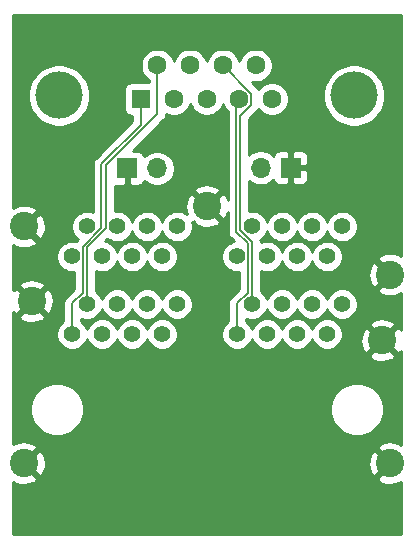
<source format=gbr>
%TF.GenerationSoftware,KiCad,Pcbnew,(5.1.10-1-10_14)*%
%TF.CreationDate,2021-06-16T23:36:24-07:00*%
%TF.ProjectId,XDS-QuadAES-Studiohub,5844532d-5175-4616-9441-45532d537475,rev?*%
%TF.SameCoordinates,Original*%
%TF.FileFunction,Copper,L2,Bot*%
%TF.FilePolarity,Positive*%
%FSLAX46Y46*%
G04 Gerber Fmt 4.6, Leading zero omitted, Abs format (unit mm)*
G04 Created by KiCad (PCBNEW (5.1.10-1-10_14)) date 2021-06-16 23:36:24*
%MOMM*%
%LPD*%
G01*
G04 APERTURE LIST*
%TA.AperFunction,ComponentPad*%
%ADD10C,1.398000*%
%TD*%
%TA.AperFunction,ComponentPad*%
%ADD11C,2.400000*%
%TD*%
%TA.AperFunction,ComponentPad*%
%ADD12O,1.700000X1.700000*%
%TD*%
%TA.AperFunction,ComponentPad*%
%ADD13R,1.700000X1.700000*%
%TD*%
%TA.AperFunction,ComponentPad*%
%ADD14R,1.600000X1.600000*%
%TD*%
%TA.AperFunction,ComponentPad*%
%ADD15C,1.600000*%
%TD*%
%TA.AperFunction,ComponentPad*%
%ADD16C,4.000000*%
%TD*%
%TA.AperFunction,Conductor*%
%ADD17C,0.200000*%
%TD*%
%TA.AperFunction,Conductor*%
%ADD18C,0.254000*%
%TD*%
%TA.AperFunction,Conductor*%
%ADD19C,0.100000*%
%TD*%
G04 APERTURE END LIST*
D10*
%TO.P,J1,D2*%
%TO.N,Net-(J1-PadD2)*%
X-85041159Y-93259961D03*
%TO.P,J1,D4*%
%TO.N,N/C*%
X-82501159Y-93259961D03*
%TO.P,J1,D6*%
X-79961159Y-93259961D03*
%TO.P,J1,D8*%
X-77421159Y-93259961D03*
%TO.P,J1,D7*%
X-78691159Y-95799961D03*
%TO.P,J1,D5*%
X-81231159Y-95799961D03*
%TO.P,J1,D3*%
X-83771159Y-95799961D03*
%TO.P,J1,D1*%
%TO.N,Net-(J1-PadD1)*%
X-86311159Y-95799961D03*
D11*
%TO.P,J1,S1*%
%TO.N,Net-(J1-PadS1)*%
X-90376159Y-106719961D03*
D10*
%TO.P,J1,A7*%
%TO.N,N/C*%
X-85041159Y-86679961D03*
%TO.P,J1,A5*%
X-82501159Y-86679961D03*
%TO.P,J1,A3*%
X-79961159Y-86679961D03*
%TO.P,J1,A1*%
%TO.N,Net-(J1-PadA1)*%
X-77421159Y-86679961D03*
%TO.P,J1,A2*%
%TO.N,Net-(J1-PadA2)*%
X-78691159Y-89219961D03*
%TO.P,J1,A4*%
%TO.N,N/C*%
X-81231159Y-89219961D03*
%TO.P,J1,A6*%
X-83771159Y-89219961D03*
%TO.P,J1,A8*%
X-86311159Y-89219961D03*
D11*
%TO.P,J1,S3*%
%TO.N,Net-(J1-PadS1)*%
X-90376159Y-86679961D03*
%TO.P,J1,S2*%
X-89701159Y-93009961D03*
D10*
%TO.P,J1,C2*%
%TO.N,Net-(J1-PadC2)*%
X-71071159Y-93259961D03*
%TO.P,J1,C4*%
%TO.N,N/C*%
X-68531159Y-93259961D03*
%TO.P,J1,C6*%
X-65991159Y-93259961D03*
%TO.P,J1,C8*%
X-63451159Y-93259961D03*
%TO.P,J1,C7*%
X-64721159Y-95799961D03*
%TO.P,J1,C5*%
X-67261159Y-95799961D03*
%TO.P,J1,C3*%
X-69801159Y-95799961D03*
%TO.P,J1,C1*%
%TO.N,Net-(J1-PadC1)*%
X-72341159Y-95799961D03*
D11*
%TO.P,J1,S7*%
%TO.N,Net-(J1-PadS1)*%
X-59386159Y-106719961D03*
D10*
%TO.P,J1,B7*%
%TO.N,N/C*%
X-71071159Y-86679961D03*
%TO.P,J1,B5*%
X-68531159Y-86679961D03*
%TO.P,J1,B3*%
X-65991159Y-86679961D03*
%TO.P,J1,B1*%
%TO.N,Net-(J1-PadB1)*%
X-63451159Y-86679961D03*
%TO.P,J1,B2*%
%TO.N,Net-(J1-PadB2)*%
X-64721159Y-89219961D03*
%TO.P,J1,B4*%
%TO.N,N/C*%
X-67261159Y-89219961D03*
%TO.P,J1,B6*%
X-69801159Y-89219961D03*
%TO.P,J1,B8*%
X-72341159Y-89219961D03*
D11*
%TO.P,J1,S6*%
%TO.N,Net-(J1-PadS1)*%
X-60061159Y-96309961D03*
%TO.P,J1,S5*%
X-59386159Y-90749961D03*
%TO.P,J1,S4*%
X-74881159Y-84949961D03*
%TD*%
D12*
%TO.P,JP1,2*%
%TO.N,Net-(J2-Pad3)*%
X-79105760Y-81767680D03*
D13*
%TO.P,JP1,1*%
%TO.N,Net-(J1-PadS1)*%
X-81645760Y-81767680D03*
%TD*%
%TO.P,JP2,1*%
%TO.N,Net-(J1-PadS1)*%
X-67802760Y-81706720D03*
D12*
%TO.P,JP2,2*%
%TO.N,Net-(J2-Pad0)*%
X-70342760Y-81706720D03*
%TD*%
D14*
%TO.P,J2,1*%
%TO.N,Net-(J1-PadD1)*%
X-80462120Y-75885040D03*
D15*
%TO.P,J2,2*%
%TO.N,Net-(J1-PadA1)*%
X-77692120Y-75885040D03*
%TO.P,J2,3*%
%TO.N,Net-(J2-Pad3)*%
X-74922120Y-75885040D03*
%TO.P,J2,4*%
%TO.N,Net-(J1-PadC1)*%
X-72152120Y-75885040D03*
%TO.P,J2,5*%
%TO.N,Net-(J1-PadB1)*%
X-69382120Y-75885040D03*
%TO.P,J2,6*%
%TO.N,Net-(J1-PadD2)*%
X-79077120Y-73045040D03*
%TO.P,J2,7*%
%TO.N,Net-(J1-PadA2)*%
X-76307120Y-73045040D03*
%TO.P,J2,8*%
%TO.N,Net-(J1-PadC2)*%
X-73537120Y-73045040D03*
%TO.P,J2,9*%
%TO.N,Net-(J1-PadB2)*%
X-70767120Y-73045040D03*
D16*
%TO.P,J2,0*%
%TO.N,Net-(J2-Pad0)*%
X-62422120Y-75585040D03*
X-87422120Y-75585040D03*
%TD*%
D17*
%TO.N,Net-(J1-PadD2)*%
X-83439000Y-86832602D02*
X-83439000Y-81500918D01*
X-79077120Y-77139038D02*
X-79077120Y-73045040D01*
X-85041159Y-88434761D02*
X-83439000Y-86832602D01*
X-83439000Y-81500918D02*
X-79077120Y-77139038D01*
X-85041159Y-93259961D02*
X-85041159Y-88434761D01*
%TO.N,Net-(J1-PadD1)*%
X-85412158Y-92300438D02*
X-86311159Y-93199439D01*
X-80462120Y-78049120D02*
X-83820000Y-81407000D01*
X-85412158Y-88381482D02*
X-85412158Y-92300438D01*
X-83820000Y-86789324D02*
X-85412158Y-88381482D01*
X-83820000Y-81407000D02*
X-83820000Y-86789324D01*
X-86311159Y-93199439D02*
X-86311159Y-95799961D01*
X-80462120Y-75885040D02*
X-80462120Y-78049120D01*
%TO.N,Net-(J1-PadC2)*%
X-72089989Y-77302911D02*
X-71152119Y-76365041D01*
X-71071159Y-93259961D02*
X-71071159Y-88010483D01*
X-71071159Y-88010483D02*
X-72089989Y-86991653D01*
X-72089989Y-86991653D02*
X-72089989Y-77302911D01*
X-71152119Y-76365041D02*
X-71152119Y-75430041D01*
X-71152119Y-75430041D02*
X-73537120Y-73045040D01*
%TO.N,Net-(J1-PadC1)*%
X-72390000Y-87115920D02*
X-72390000Y-76122920D01*
X-71442158Y-88063762D02*
X-72390000Y-87115920D01*
X-72341159Y-93169159D02*
X-71442158Y-92270158D01*
X-71442158Y-92270158D02*
X-71442158Y-88063762D01*
X-72390000Y-76122920D02*
X-72152120Y-75885040D01*
X-72341159Y-95799961D02*
X-72341159Y-93169159D01*
%TD*%
D18*
%TO.N,Net-(J1-PadS1)*%
X-58445000Y-89168575D02*
X-58731369Y-89026262D01*
X-59080228Y-88931639D01*
X-59440843Y-88906894D01*
X-59799357Y-88952976D01*
X-60141992Y-89068115D01*
X-60364645Y-89187125D01*
X-60484533Y-89471981D01*
X-59386159Y-90570356D01*
X-59372017Y-90556213D01*
X-59192412Y-90735819D01*
X-59206554Y-90749961D01*
X-59192412Y-90764104D01*
X-59372017Y-90943709D01*
X-59386159Y-90929566D01*
X-60484533Y-92027941D01*
X-60364645Y-92312797D01*
X-60040949Y-92473660D01*
X-59692090Y-92568283D01*
X-59331475Y-92593028D01*
X-58972961Y-92546946D01*
X-58630326Y-92431807D01*
X-58445000Y-92332748D01*
X-58445000Y-95431236D01*
X-58498323Y-95331475D01*
X-58783179Y-95211587D01*
X-59881554Y-96309961D01*
X-58783179Y-97408335D01*
X-58498323Y-97288447D01*
X-58445000Y-97181147D01*
X-58445000Y-105138575D01*
X-58731369Y-104996262D01*
X-59080228Y-104901639D01*
X-59440843Y-104876894D01*
X-59799357Y-104922976D01*
X-60141992Y-105038115D01*
X-60364645Y-105157125D01*
X-60484533Y-105441981D01*
X-59386159Y-106540356D01*
X-59372017Y-106526213D01*
X-59192411Y-106705819D01*
X-59206554Y-106719961D01*
X-59192411Y-106734103D01*
X-59372017Y-106913709D01*
X-59386159Y-106899566D01*
X-60484533Y-107997941D01*
X-60364645Y-108282797D01*
X-60040949Y-108443660D01*
X-59692090Y-108538283D01*
X-59331475Y-108563028D01*
X-58972961Y-108516946D01*
X-58630326Y-108401807D01*
X-58445000Y-108302749D01*
X-58444999Y-112751000D01*
X-91288000Y-112751000D01*
X-91288000Y-108315917D01*
X-91030949Y-108443660D01*
X-90682090Y-108538283D01*
X-90321475Y-108563028D01*
X-89962961Y-108516946D01*
X-89620326Y-108401807D01*
X-89397673Y-108282797D01*
X-89277785Y-107997941D01*
X-90376159Y-106899566D01*
X-90390301Y-106913709D01*
X-90569907Y-106734103D01*
X-90555764Y-106719961D01*
X-90196554Y-106719961D01*
X-89098179Y-107818335D01*
X-88813323Y-107698447D01*
X-88652460Y-107374751D01*
X-88557837Y-107025892D01*
X-88540597Y-106774645D01*
X-61229226Y-106774645D01*
X-61183144Y-107133159D01*
X-61068005Y-107475794D01*
X-60948995Y-107698447D01*
X-60664139Y-107818335D01*
X-59565764Y-106719961D01*
X-60664139Y-105621587D01*
X-60948995Y-105741475D01*
X-61109858Y-106065171D01*
X-61204481Y-106414030D01*
X-61229226Y-106774645D01*
X-88540597Y-106774645D01*
X-88533092Y-106665277D01*
X-88579174Y-106306763D01*
X-88694313Y-105964128D01*
X-88813323Y-105741475D01*
X-89098179Y-105621587D01*
X-90196554Y-106719961D01*
X-90555764Y-106719961D01*
X-90569907Y-106705819D01*
X-90390301Y-106526213D01*
X-90376159Y-106540356D01*
X-89277785Y-105441981D01*
X-89397673Y-105157125D01*
X-89721369Y-104996262D01*
X-90070228Y-104901639D01*
X-90430843Y-104876894D01*
X-90789357Y-104922976D01*
X-91131992Y-105038115D01*
X-91288000Y-105121503D01*
X-91288000Y-101927370D01*
X-89841159Y-101927370D01*
X-89841159Y-102372552D01*
X-89754308Y-102809179D01*
X-89583945Y-103220472D01*
X-89336615Y-103590627D01*
X-89021825Y-103905417D01*
X-88651670Y-104152747D01*
X-88240377Y-104323110D01*
X-87803750Y-104409961D01*
X-87358568Y-104409961D01*
X-86921941Y-104323110D01*
X-86510648Y-104152747D01*
X-86140493Y-103905417D01*
X-85825703Y-103590627D01*
X-85578373Y-103220472D01*
X-85408010Y-102809179D01*
X-85321159Y-102372552D01*
X-85321159Y-101927370D01*
X-64441159Y-101927370D01*
X-64441159Y-102372552D01*
X-64354308Y-102809179D01*
X-64183945Y-103220472D01*
X-63936615Y-103590627D01*
X-63621825Y-103905417D01*
X-63251670Y-104152747D01*
X-62840377Y-104323110D01*
X-62403750Y-104409961D01*
X-61958568Y-104409961D01*
X-61521941Y-104323110D01*
X-61110648Y-104152747D01*
X-60740493Y-103905417D01*
X-60425703Y-103590627D01*
X-60178373Y-103220472D01*
X-60008010Y-102809179D01*
X-59921159Y-102372552D01*
X-59921159Y-101927370D01*
X-60008010Y-101490743D01*
X-60178373Y-101079450D01*
X-60425703Y-100709295D01*
X-60740493Y-100394505D01*
X-61110648Y-100147175D01*
X-61521941Y-99976812D01*
X-61958568Y-99889961D01*
X-62403750Y-99889961D01*
X-62840377Y-99976812D01*
X-63251670Y-100147175D01*
X-63621825Y-100394505D01*
X-63936615Y-100709295D01*
X-64183945Y-101079450D01*
X-64354308Y-101490743D01*
X-64441159Y-101927370D01*
X-85321159Y-101927370D01*
X-85408010Y-101490743D01*
X-85578373Y-101079450D01*
X-85825703Y-100709295D01*
X-86140493Y-100394505D01*
X-86510648Y-100147175D01*
X-86921941Y-99976812D01*
X-87358568Y-99889961D01*
X-87803750Y-99889961D01*
X-88240377Y-99976812D01*
X-88651670Y-100147175D01*
X-89021825Y-100394505D01*
X-89336615Y-100709295D01*
X-89583945Y-101079450D01*
X-89754308Y-101490743D01*
X-89841159Y-101927370D01*
X-91288000Y-101927370D01*
X-91288000Y-97587941D01*
X-61159533Y-97587941D01*
X-61039645Y-97872797D01*
X-60715949Y-98033660D01*
X-60367090Y-98128283D01*
X-60006475Y-98153028D01*
X-59647961Y-98106946D01*
X-59305326Y-97991807D01*
X-59082673Y-97872797D01*
X-58962785Y-97587941D01*
X-60061159Y-96489566D01*
X-61159533Y-97587941D01*
X-91288000Y-97587941D01*
X-91288000Y-94287941D01*
X-90799533Y-94287941D01*
X-90679645Y-94572797D01*
X-90355949Y-94733660D01*
X-90007090Y-94828283D01*
X-89646475Y-94853028D01*
X-89287961Y-94806946D01*
X-88945326Y-94691807D01*
X-88722673Y-94572797D01*
X-88602785Y-94287941D01*
X-89701159Y-93189566D01*
X-90799533Y-94287941D01*
X-91288000Y-94287941D01*
X-91288000Y-93943537D01*
X-91263995Y-93988447D01*
X-90979139Y-94108335D01*
X-89880764Y-93009961D01*
X-89521554Y-93009961D01*
X-88423179Y-94108335D01*
X-88138323Y-93988447D01*
X-87977460Y-93664751D01*
X-87882837Y-93315892D01*
X-87858092Y-92955277D01*
X-87904174Y-92596763D01*
X-88019313Y-92254128D01*
X-88138323Y-92031475D01*
X-88423179Y-91911587D01*
X-89521554Y-93009961D01*
X-89880764Y-93009961D01*
X-90979139Y-91911587D01*
X-91263995Y-92031475D01*
X-91288000Y-92079779D01*
X-91288000Y-91731981D01*
X-90799533Y-91731981D01*
X-89701159Y-92830356D01*
X-88602785Y-91731981D01*
X-88722673Y-91447125D01*
X-89046369Y-91286262D01*
X-89395228Y-91191639D01*
X-89755843Y-91166894D01*
X-90114357Y-91212976D01*
X-90456992Y-91328115D01*
X-90679645Y-91447125D01*
X-90799533Y-91731981D01*
X-91288000Y-91731981D01*
X-91288000Y-89088573D01*
X-87645159Y-89088573D01*
X-87645159Y-89351349D01*
X-87593894Y-89609075D01*
X-87493335Y-89851847D01*
X-87347345Y-90070337D01*
X-87161535Y-90256147D01*
X-86943045Y-90402137D01*
X-86700273Y-90502696D01*
X-86442547Y-90553961D01*
X-86179771Y-90553961D01*
X-86147157Y-90547474D01*
X-86147157Y-91995990D01*
X-86805351Y-92654185D01*
X-86833397Y-92677202D01*
X-86925246Y-92789120D01*
X-86993496Y-92916807D01*
X-87013507Y-92982775D01*
X-87035524Y-93055354D01*
X-87049715Y-93199439D01*
X-87046159Y-93235544D01*
X-87046158Y-94686683D01*
X-87161535Y-94763775D01*
X-87347345Y-94949585D01*
X-87493335Y-95168075D01*
X-87593894Y-95410847D01*
X-87645159Y-95668573D01*
X-87645159Y-95931349D01*
X-87593894Y-96189075D01*
X-87493335Y-96431847D01*
X-87347345Y-96650337D01*
X-87161535Y-96836147D01*
X-86943045Y-96982137D01*
X-86700273Y-97082696D01*
X-86442547Y-97133961D01*
X-86179771Y-97133961D01*
X-85922045Y-97082696D01*
X-85679273Y-96982137D01*
X-85460783Y-96836147D01*
X-85274973Y-96650337D01*
X-85128983Y-96431847D01*
X-85041159Y-96219820D01*
X-84953335Y-96431847D01*
X-84807345Y-96650337D01*
X-84621535Y-96836147D01*
X-84403045Y-96982137D01*
X-84160273Y-97082696D01*
X-83902547Y-97133961D01*
X-83639771Y-97133961D01*
X-83382045Y-97082696D01*
X-83139273Y-96982137D01*
X-82920783Y-96836147D01*
X-82734973Y-96650337D01*
X-82588983Y-96431847D01*
X-82501159Y-96219820D01*
X-82413335Y-96431847D01*
X-82267345Y-96650337D01*
X-82081535Y-96836147D01*
X-81863045Y-96982137D01*
X-81620273Y-97082696D01*
X-81362547Y-97133961D01*
X-81099771Y-97133961D01*
X-80842045Y-97082696D01*
X-80599273Y-96982137D01*
X-80380783Y-96836147D01*
X-80194973Y-96650337D01*
X-80048983Y-96431847D01*
X-79961159Y-96219820D01*
X-79873335Y-96431847D01*
X-79727345Y-96650337D01*
X-79541535Y-96836147D01*
X-79323045Y-96982137D01*
X-79080273Y-97082696D01*
X-78822547Y-97133961D01*
X-78559771Y-97133961D01*
X-78302045Y-97082696D01*
X-78059273Y-96982137D01*
X-77840783Y-96836147D01*
X-77654973Y-96650337D01*
X-77508983Y-96431847D01*
X-77408424Y-96189075D01*
X-77357159Y-95931349D01*
X-77357159Y-95668573D01*
X-77408424Y-95410847D01*
X-77508983Y-95168075D01*
X-77654973Y-94949585D01*
X-77840783Y-94763775D01*
X-78059273Y-94617785D01*
X-78302045Y-94517226D01*
X-78559771Y-94465961D01*
X-78822547Y-94465961D01*
X-79080273Y-94517226D01*
X-79323045Y-94617785D01*
X-79541535Y-94763775D01*
X-79727345Y-94949585D01*
X-79873335Y-95168075D01*
X-79961159Y-95380102D01*
X-80048983Y-95168075D01*
X-80194973Y-94949585D01*
X-80380783Y-94763775D01*
X-80599273Y-94617785D01*
X-80842045Y-94517226D01*
X-81099771Y-94465961D01*
X-81362547Y-94465961D01*
X-81620273Y-94517226D01*
X-81863045Y-94617785D01*
X-82081535Y-94763775D01*
X-82267345Y-94949585D01*
X-82413335Y-95168075D01*
X-82501159Y-95380102D01*
X-82588983Y-95168075D01*
X-82734973Y-94949585D01*
X-82920783Y-94763775D01*
X-83139273Y-94617785D01*
X-83382045Y-94517226D01*
X-83639771Y-94465961D01*
X-83902547Y-94465961D01*
X-84160273Y-94517226D01*
X-84403045Y-94617785D01*
X-84621535Y-94763775D01*
X-84807345Y-94949585D01*
X-84953335Y-95168075D01*
X-85041159Y-95380102D01*
X-85128983Y-95168075D01*
X-85274973Y-94949585D01*
X-85460783Y-94763775D01*
X-85576159Y-94686683D01*
X-85576159Y-94482268D01*
X-85430273Y-94542696D01*
X-85172547Y-94593961D01*
X-84909771Y-94593961D01*
X-84652045Y-94542696D01*
X-84409273Y-94442137D01*
X-84190783Y-94296147D01*
X-84004973Y-94110337D01*
X-83858983Y-93891847D01*
X-83771159Y-93679820D01*
X-83683335Y-93891847D01*
X-83537345Y-94110337D01*
X-83351535Y-94296147D01*
X-83133045Y-94442137D01*
X-82890273Y-94542696D01*
X-82632547Y-94593961D01*
X-82369771Y-94593961D01*
X-82112045Y-94542696D01*
X-81869273Y-94442137D01*
X-81650783Y-94296147D01*
X-81464973Y-94110337D01*
X-81318983Y-93891847D01*
X-81231159Y-93679820D01*
X-81143335Y-93891847D01*
X-80997345Y-94110337D01*
X-80811535Y-94296147D01*
X-80593045Y-94442137D01*
X-80350273Y-94542696D01*
X-80092547Y-94593961D01*
X-79829771Y-94593961D01*
X-79572045Y-94542696D01*
X-79329273Y-94442137D01*
X-79110783Y-94296147D01*
X-78924973Y-94110337D01*
X-78778983Y-93891847D01*
X-78691159Y-93679820D01*
X-78603335Y-93891847D01*
X-78457345Y-94110337D01*
X-78271535Y-94296147D01*
X-78053045Y-94442137D01*
X-77810273Y-94542696D01*
X-77552547Y-94593961D01*
X-77289771Y-94593961D01*
X-77032045Y-94542696D01*
X-76789273Y-94442137D01*
X-76570783Y-94296147D01*
X-76384973Y-94110337D01*
X-76238983Y-93891847D01*
X-76138424Y-93649075D01*
X-76087159Y-93391349D01*
X-76087159Y-93128573D01*
X-76138424Y-92870847D01*
X-76238983Y-92628075D01*
X-76384973Y-92409585D01*
X-76570783Y-92223775D01*
X-76789273Y-92077785D01*
X-77032045Y-91977226D01*
X-77289771Y-91925961D01*
X-77552547Y-91925961D01*
X-77810273Y-91977226D01*
X-78053045Y-92077785D01*
X-78271535Y-92223775D01*
X-78457345Y-92409585D01*
X-78603335Y-92628075D01*
X-78691159Y-92840102D01*
X-78778983Y-92628075D01*
X-78924973Y-92409585D01*
X-79110783Y-92223775D01*
X-79329273Y-92077785D01*
X-79572045Y-91977226D01*
X-79829771Y-91925961D01*
X-80092547Y-91925961D01*
X-80350273Y-91977226D01*
X-80593045Y-92077785D01*
X-80811535Y-92223775D01*
X-80997345Y-92409585D01*
X-81143335Y-92628075D01*
X-81231159Y-92840102D01*
X-81318983Y-92628075D01*
X-81464973Y-92409585D01*
X-81650783Y-92223775D01*
X-81869273Y-92077785D01*
X-82112045Y-91977226D01*
X-82369771Y-91925961D01*
X-82632547Y-91925961D01*
X-82890273Y-91977226D01*
X-83133045Y-92077785D01*
X-83351535Y-92223775D01*
X-83537345Y-92409585D01*
X-83683335Y-92628075D01*
X-83771159Y-92840102D01*
X-83858983Y-92628075D01*
X-84004973Y-92409585D01*
X-84190783Y-92223775D01*
X-84306159Y-92146683D01*
X-84306159Y-90442268D01*
X-84160273Y-90502696D01*
X-83902547Y-90553961D01*
X-83639771Y-90553961D01*
X-83382045Y-90502696D01*
X-83139273Y-90402137D01*
X-82920783Y-90256147D01*
X-82734973Y-90070337D01*
X-82588983Y-89851847D01*
X-82501159Y-89639820D01*
X-82413335Y-89851847D01*
X-82267345Y-90070337D01*
X-82081535Y-90256147D01*
X-81863045Y-90402137D01*
X-81620273Y-90502696D01*
X-81362547Y-90553961D01*
X-81099771Y-90553961D01*
X-80842045Y-90502696D01*
X-80599273Y-90402137D01*
X-80380783Y-90256147D01*
X-80194973Y-90070337D01*
X-80048983Y-89851847D01*
X-79961159Y-89639820D01*
X-79873335Y-89851847D01*
X-79727345Y-90070337D01*
X-79541535Y-90256147D01*
X-79323045Y-90402137D01*
X-79080273Y-90502696D01*
X-78822547Y-90553961D01*
X-78559771Y-90553961D01*
X-78302045Y-90502696D01*
X-78059273Y-90402137D01*
X-77840783Y-90256147D01*
X-77654973Y-90070337D01*
X-77508983Y-89851847D01*
X-77408424Y-89609075D01*
X-77357159Y-89351349D01*
X-77357159Y-89088573D01*
X-77408424Y-88830847D01*
X-77508983Y-88588075D01*
X-77654973Y-88369585D01*
X-77840783Y-88183775D01*
X-78059273Y-88037785D01*
X-78302045Y-87937226D01*
X-78559771Y-87885961D01*
X-78822547Y-87885961D01*
X-79080273Y-87937226D01*
X-79323045Y-88037785D01*
X-79541535Y-88183775D01*
X-79727345Y-88369585D01*
X-79873335Y-88588075D01*
X-79961159Y-88800102D01*
X-80048983Y-88588075D01*
X-80194973Y-88369585D01*
X-80380783Y-88183775D01*
X-80599273Y-88037785D01*
X-80842045Y-87937226D01*
X-81099771Y-87885961D01*
X-81362547Y-87885961D01*
X-81620273Y-87937226D01*
X-81863045Y-88037785D01*
X-82081535Y-88183775D01*
X-82267345Y-88369585D01*
X-82413335Y-88588075D01*
X-82501159Y-88800102D01*
X-82588983Y-88588075D01*
X-82734973Y-88369585D01*
X-82920783Y-88183775D01*
X-83139273Y-88037785D01*
X-83382045Y-87937226D01*
X-83483914Y-87916963D01*
X-83310510Y-87743559D01*
X-83133045Y-87862137D01*
X-82890273Y-87962696D01*
X-82632547Y-88013961D01*
X-82369771Y-88013961D01*
X-82112045Y-87962696D01*
X-81869273Y-87862137D01*
X-81650783Y-87716147D01*
X-81464973Y-87530337D01*
X-81318983Y-87311847D01*
X-81231159Y-87099820D01*
X-81143335Y-87311847D01*
X-80997345Y-87530337D01*
X-80811535Y-87716147D01*
X-80593045Y-87862137D01*
X-80350273Y-87962696D01*
X-80092547Y-88013961D01*
X-79829771Y-88013961D01*
X-79572045Y-87962696D01*
X-79329273Y-87862137D01*
X-79110783Y-87716147D01*
X-78924973Y-87530337D01*
X-78778983Y-87311847D01*
X-78691159Y-87099820D01*
X-78603335Y-87311847D01*
X-78457345Y-87530337D01*
X-78271535Y-87716147D01*
X-78053045Y-87862137D01*
X-77810273Y-87962696D01*
X-77552547Y-88013961D01*
X-77289771Y-88013961D01*
X-77032045Y-87962696D01*
X-76789273Y-87862137D01*
X-76570783Y-87716147D01*
X-76384973Y-87530337D01*
X-76238983Y-87311847D01*
X-76138424Y-87069075D01*
X-76087159Y-86811349D01*
X-76087159Y-86548573D01*
X-76136284Y-86301604D01*
X-76094739Y-86343149D01*
X-75979532Y-86227942D01*
X-75859645Y-86512797D01*
X-75535949Y-86673660D01*
X-75187090Y-86768283D01*
X-74826475Y-86793028D01*
X-74467961Y-86746946D01*
X-74125326Y-86631807D01*
X-73902673Y-86512797D01*
X-73782785Y-86227941D01*
X-74881159Y-85129566D01*
X-74895301Y-85143709D01*
X-75074907Y-84964103D01*
X-75060764Y-84949961D01*
X-76159139Y-83851587D01*
X-76443995Y-83971475D01*
X-76604858Y-84295171D01*
X-76699481Y-84644030D01*
X-76724226Y-85004645D01*
X-76678144Y-85363159D01*
X-76587628Y-85632519D01*
X-76789273Y-85497785D01*
X-77032045Y-85397226D01*
X-77289771Y-85345961D01*
X-77552547Y-85345961D01*
X-77810273Y-85397226D01*
X-78053045Y-85497785D01*
X-78271535Y-85643775D01*
X-78457345Y-85829585D01*
X-78603335Y-86048075D01*
X-78691159Y-86260102D01*
X-78778983Y-86048075D01*
X-78924973Y-85829585D01*
X-79110783Y-85643775D01*
X-79329273Y-85497785D01*
X-79572045Y-85397226D01*
X-79829771Y-85345961D01*
X-80092547Y-85345961D01*
X-80350273Y-85397226D01*
X-80593045Y-85497785D01*
X-80811535Y-85643775D01*
X-80997345Y-85829585D01*
X-81143335Y-86048075D01*
X-81231159Y-86260102D01*
X-81318983Y-86048075D01*
X-81464973Y-85829585D01*
X-81650783Y-85643775D01*
X-81869273Y-85497785D01*
X-82112045Y-85397226D01*
X-82369771Y-85345961D01*
X-82632547Y-85345961D01*
X-82704000Y-85360174D01*
X-82704000Y-83671981D01*
X-75979533Y-83671981D01*
X-74881159Y-84770356D01*
X-73782785Y-83671981D01*
X-73902673Y-83387125D01*
X-74226369Y-83226262D01*
X-74575228Y-83131639D01*
X-74935843Y-83106894D01*
X-75294357Y-83152976D01*
X-75636992Y-83268115D01*
X-75859645Y-83387125D01*
X-75979533Y-83671981D01*
X-82704000Y-83671981D01*
X-82704000Y-83218084D01*
X-82620242Y-83243492D01*
X-82495760Y-83255752D01*
X-81931510Y-83252680D01*
X-81772760Y-83093930D01*
X-81772760Y-81894680D01*
X-81792760Y-81894680D01*
X-81792760Y-81640680D01*
X-81772760Y-81640680D01*
X-81772760Y-81620680D01*
X-81518760Y-81620680D01*
X-81518760Y-81640680D01*
X-81498760Y-81640680D01*
X-81498760Y-81894680D01*
X-81518760Y-81894680D01*
X-81518760Y-83093930D01*
X-81360010Y-83252680D01*
X-80795760Y-83255752D01*
X-80671278Y-83243492D01*
X-80551580Y-83207182D01*
X-80441266Y-83148217D01*
X-80344575Y-83068865D01*
X-80265223Y-82972174D01*
X-80206258Y-82861860D01*
X-80184247Y-82789300D01*
X-80052392Y-82921155D01*
X-79809171Y-83083670D01*
X-79538918Y-83195612D01*
X-79252020Y-83252680D01*
X-78959500Y-83252680D01*
X-78672602Y-83195612D01*
X-78402349Y-83083670D01*
X-78159128Y-82921155D01*
X-77952285Y-82714312D01*
X-77789770Y-82471091D01*
X-77677828Y-82200838D01*
X-77620760Y-81913940D01*
X-77620760Y-81621420D01*
X-77677828Y-81334522D01*
X-77789770Y-81064269D01*
X-77952285Y-80821048D01*
X-78159128Y-80614205D01*
X-78402349Y-80451690D01*
X-78672602Y-80339748D01*
X-78959500Y-80282680D01*
X-79252020Y-80282680D01*
X-79538918Y-80339748D01*
X-79809171Y-80451690D01*
X-80052392Y-80614205D01*
X-80184247Y-80746060D01*
X-80206258Y-80673500D01*
X-80265223Y-80563186D01*
X-80344575Y-80466495D01*
X-80441266Y-80387143D01*
X-80551580Y-80328178D01*
X-80671278Y-80291868D01*
X-80795760Y-80279608D01*
X-81180337Y-80281702D01*
X-78582923Y-77684288D01*
X-78554883Y-77661276D01*
X-78531870Y-77633235D01*
X-78531867Y-77633232D01*
X-78507003Y-77602935D01*
X-78463033Y-77549358D01*
X-78394783Y-77421671D01*
X-78352755Y-77283123D01*
X-78342120Y-77175143D01*
X-78342120Y-77175142D01*
X-78341542Y-77169273D01*
X-78110694Y-77264893D01*
X-77833455Y-77320040D01*
X-77550785Y-77320040D01*
X-77273546Y-77264893D01*
X-77012393Y-77156720D01*
X-76777361Y-76999677D01*
X-76577483Y-76799799D01*
X-76420440Y-76564767D01*
X-76312267Y-76303614D01*
X-76307120Y-76277739D01*
X-76301973Y-76303614D01*
X-76193800Y-76564767D01*
X-76036757Y-76799799D01*
X-75836879Y-76999677D01*
X-75601847Y-77156720D01*
X-75340694Y-77264893D01*
X-75063455Y-77320040D01*
X-74780785Y-77320040D01*
X-74503546Y-77264893D01*
X-74242393Y-77156720D01*
X-74007361Y-76999677D01*
X-73807483Y-76799799D01*
X-73650440Y-76564767D01*
X-73542267Y-76303614D01*
X-73537120Y-76277739D01*
X-73531973Y-76303614D01*
X-73423800Y-76564767D01*
X-73266757Y-76799799D01*
X-73124999Y-76941557D01*
X-73125000Y-84415272D01*
X-73199313Y-84194128D01*
X-73318323Y-83971475D01*
X-73603179Y-83851587D01*
X-74701554Y-84949961D01*
X-73603179Y-86048335D01*
X-73318323Y-85928447D01*
X-73157460Y-85604751D01*
X-73125000Y-85485076D01*
X-73125000Y-87079815D01*
X-73128556Y-87115920D01*
X-73114365Y-87260005D01*
X-73101616Y-87302033D01*
X-73072337Y-87398552D01*
X-73004087Y-87526239D01*
X-72912238Y-87638157D01*
X-72884192Y-87661174D01*
X-72628403Y-87916963D01*
X-72730273Y-87937226D01*
X-72973045Y-88037785D01*
X-73191535Y-88183775D01*
X-73377345Y-88369585D01*
X-73523335Y-88588075D01*
X-73623894Y-88830847D01*
X-73675159Y-89088573D01*
X-73675159Y-89351349D01*
X-73623894Y-89609075D01*
X-73523335Y-89851847D01*
X-73377345Y-90070337D01*
X-73191535Y-90256147D01*
X-72973045Y-90402137D01*
X-72730273Y-90502696D01*
X-72472547Y-90553961D01*
X-72209771Y-90553961D01*
X-72177158Y-90547474D01*
X-72177158Y-91965711D01*
X-72835351Y-92623905D01*
X-72863396Y-92646921D01*
X-72955245Y-92758839D01*
X-73015114Y-92870847D01*
X-73023495Y-92886526D01*
X-73065524Y-93025074D01*
X-73079715Y-93169159D01*
X-73076158Y-93205274D01*
X-73076159Y-94686683D01*
X-73191535Y-94763775D01*
X-73377345Y-94949585D01*
X-73523335Y-95168075D01*
X-73623894Y-95410847D01*
X-73675159Y-95668573D01*
X-73675159Y-95931349D01*
X-73623894Y-96189075D01*
X-73523335Y-96431847D01*
X-73377345Y-96650337D01*
X-73191535Y-96836147D01*
X-72973045Y-96982137D01*
X-72730273Y-97082696D01*
X-72472547Y-97133961D01*
X-72209771Y-97133961D01*
X-71952045Y-97082696D01*
X-71709273Y-96982137D01*
X-71490783Y-96836147D01*
X-71304973Y-96650337D01*
X-71158983Y-96431847D01*
X-71071159Y-96219820D01*
X-70983335Y-96431847D01*
X-70837345Y-96650337D01*
X-70651535Y-96836147D01*
X-70433045Y-96982137D01*
X-70190273Y-97082696D01*
X-69932547Y-97133961D01*
X-69669771Y-97133961D01*
X-69412045Y-97082696D01*
X-69169273Y-96982137D01*
X-68950783Y-96836147D01*
X-68764973Y-96650337D01*
X-68618983Y-96431847D01*
X-68531159Y-96219820D01*
X-68443335Y-96431847D01*
X-68297345Y-96650337D01*
X-68111535Y-96836147D01*
X-67893045Y-96982137D01*
X-67650273Y-97082696D01*
X-67392547Y-97133961D01*
X-67129771Y-97133961D01*
X-66872045Y-97082696D01*
X-66629273Y-96982137D01*
X-66410783Y-96836147D01*
X-66224973Y-96650337D01*
X-66078983Y-96431847D01*
X-65991159Y-96219820D01*
X-65903335Y-96431847D01*
X-65757345Y-96650337D01*
X-65571535Y-96836147D01*
X-65353045Y-96982137D01*
X-65110273Y-97082696D01*
X-64852547Y-97133961D01*
X-64589771Y-97133961D01*
X-64332045Y-97082696D01*
X-64089273Y-96982137D01*
X-63870783Y-96836147D01*
X-63684973Y-96650337D01*
X-63538983Y-96431847D01*
X-63511148Y-96364645D01*
X-61904226Y-96364645D01*
X-61858144Y-96723159D01*
X-61743005Y-97065794D01*
X-61623995Y-97288447D01*
X-61339139Y-97408335D01*
X-60240764Y-96309961D01*
X-61339139Y-95211587D01*
X-61623995Y-95331475D01*
X-61784858Y-95655171D01*
X-61879481Y-96004030D01*
X-61904226Y-96364645D01*
X-63511148Y-96364645D01*
X-63438424Y-96189075D01*
X-63387159Y-95931349D01*
X-63387159Y-95668573D01*
X-63438424Y-95410847D01*
X-63538983Y-95168075D01*
X-63629917Y-95031981D01*
X-61159533Y-95031981D01*
X-60061159Y-96130356D01*
X-58962785Y-95031981D01*
X-59082673Y-94747125D01*
X-59406369Y-94586262D01*
X-59755228Y-94491639D01*
X-60115843Y-94466894D01*
X-60474357Y-94512976D01*
X-60816992Y-94628115D01*
X-61039645Y-94747125D01*
X-61159533Y-95031981D01*
X-63629917Y-95031981D01*
X-63684973Y-94949585D01*
X-63870783Y-94763775D01*
X-64089273Y-94617785D01*
X-64332045Y-94517226D01*
X-64589771Y-94465961D01*
X-64852547Y-94465961D01*
X-65110273Y-94517226D01*
X-65353045Y-94617785D01*
X-65571535Y-94763775D01*
X-65757345Y-94949585D01*
X-65903335Y-95168075D01*
X-65991159Y-95380102D01*
X-66078983Y-95168075D01*
X-66224973Y-94949585D01*
X-66410783Y-94763775D01*
X-66629273Y-94617785D01*
X-66872045Y-94517226D01*
X-67129771Y-94465961D01*
X-67392547Y-94465961D01*
X-67650273Y-94517226D01*
X-67893045Y-94617785D01*
X-68111535Y-94763775D01*
X-68297345Y-94949585D01*
X-68443335Y-95168075D01*
X-68531159Y-95380102D01*
X-68618983Y-95168075D01*
X-68764973Y-94949585D01*
X-68950783Y-94763775D01*
X-69169273Y-94617785D01*
X-69412045Y-94517226D01*
X-69669771Y-94465961D01*
X-69932547Y-94465961D01*
X-70190273Y-94517226D01*
X-70433045Y-94617785D01*
X-70651535Y-94763775D01*
X-70837345Y-94949585D01*
X-70983335Y-95168075D01*
X-71071159Y-95380102D01*
X-71158983Y-95168075D01*
X-71304973Y-94949585D01*
X-71490783Y-94763775D01*
X-71606159Y-94686683D01*
X-71606159Y-94482268D01*
X-71460273Y-94542696D01*
X-71202547Y-94593961D01*
X-70939771Y-94593961D01*
X-70682045Y-94542696D01*
X-70439273Y-94442137D01*
X-70220783Y-94296147D01*
X-70034973Y-94110337D01*
X-69888983Y-93891847D01*
X-69801159Y-93679820D01*
X-69713335Y-93891847D01*
X-69567345Y-94110337D01*
X-69381535Y-94296147D01*
X-69163045Y-94442137D01*
X-68920273Y-94542696D01*
X-68662547Y-94593961D01*
X-68399771Y-94593961D01*
X-68142045Y-94542696D01*
X-67899273Y-94442137D01*
X-67680783Y-94296147D01*
X-67494973Y-94110337D01*
X-67348983Y-93891847D01*
X-67261159Y-93679820D01*
X-67173335Y-93891847D01*
X-67027345Y-94110337D01*
X-66841535Y-94296147D01*
X-66623045Y-94442137D01*
X-66380273Y-94542696D01*
X-66122547Y-94593961D01*
X-65859771Y-94593961D01*
X-65602045Y-94542696D01*
X-65359273Y-94442137D01*
X-65140783Y-94296147D01*
X-64954973Y-94110337D01*
X-64808983Y-93891847D01*
X-64721159Y-93679820D01*
X-64633335Y-93891847D01*
X-64487345Y-94110337D01*
X-64301535Y-94296147D01*
X-64083045Y-94442137D01*
X-63840273Y-94542696D01*
X-63582547Y-94593961D01*
X-63319771Y-94593961D01*
X-63062045Y-94542696D01*
X-62819273Y-94442137D01*
X-62600783Y-94296147D01*
X-62414973Y-94110337D01*
X-62268983Y-93891847D01*
X-62168424Y-93649075D01*
X-62117159Y-93391349D01*
X-62117159Y-93128573D01*
X-62168424Y-92870847D01*
X-62268983Y-92628075D01*
X-62414973Y-92409585D01*
X-62600783Y-92223775D01*
X-62819273Y-92077785D01*
X-63062045Y-91977226D01*
X-63319771Y-91925961D01*
X-63582547Y-91925961D01*
X-63840273Y-91977226D01*
X-64083045Y-92077785D01*
X-64301535Y-92223775D01*
X-64487345Y-92409585D01*
X-64633335Y-92628075D01*
X-64721159Y-92840102D01*
X-64808983Y-92628075D01*
X-64954973Y-92409585D01*
X-65140783Y-92223775D01*
X-65359273Y-92077785D01*
X-65602045Y-91977226D01*
X-65859771Y-91925961D01*
X-66122547Y-91925961D01*
X-66380273Y-91977226D01*
X-66623045Y-92077785D01*
X-66841535Y-92223775D01*
X-67027345Y-92409585D01*
X-67173335Y-92628075D01*
X-67261159Y-92840102D01*
X-67348983Y-92628075D01*
X-67494973Y-92409585D01*
X-67680783Y-92223775D01*
X-67899273Y-92077785D01*
X-68142045Y-91977226D01*
X-68399771Y-91925961D01*
X-68662547Y-91925961D01*
X-68920273Y-91977226D01*
X-69163045Y-92077785D01*
X-69381535Y-92223775D01*
X-69567345Y-92409585D01*
X-69713335Y-92628075D01*
X-69801159Y-92840102D01*
X-69888983Y-92628075D01*
X-70034973Y-92409585D01*
X-70220783Y-92223775D01*
X-70336159Y-92146683D01*
X-70336159Y-90804645D01*
X-61229226Y-90804645D01*
X-61183144Y-91163159D01*
X-61068005Y-91505794D01*
X-60948995Y-91728447D01*
X-60664139Y-91848335D01*
X-59565764Y-90749961D01*
X-60664139Y-89651587D01*
X-60948995Y-89771475D01*
X-61109858Y-90095171D01*
X-61204481Y-90444030D01*
X-61229226Y-90804645D01*
X-70336159Y-90804645D01*
X-70336159Y-90442268D01*
X-70190273Y-90502696D01*
X-69932547Y-90553961D01*
X-69669771Y-90553961D01*
X-69412045Y-90502696D01*
X-69169273Y-90402137D01*
X-68950783Y-90256147D01*
X-68764973Y-90070337D01*
X-68618983Y-89851847D01*
X-68531159Y-89639820D01*
X-68443335Y-89851847D01*
X-68297345Y-90070337D01*
X-68111535Y-90256147D01*
X-67893045Y-90402137D01*
X-67650273Y-90502696D01*
X-67392547Y-90553961D01*
X-67129771Y-90553961D01*
X-66872045Y-90502696D01*
X-66629273Y-90402137D01*
X-66410783Y-90256147D01*
X-66224973Y-90070337D01*
X-66078983Y-89851847D01*
X-65991159Y-89639820D01*
X-65903335Y-89851847D01*
X-65757345Y-90070337D01*
X-65571535Y-90256147D01*
X-65353045Y-90402137D01*
X-65110273Y-90502696D01*
X-64852547Y-90553961D01*
X-64589771Y-90553961D01*
X-64332045Y-90502696D01*
X-64089273Y-90402137D01*
X-63870783Y-90256147D01*
X-63684973Y-90070337D01*
X-63538983Y-89851847D01*
X-63438424Y-89609075D01*
X-63387159Y-89351349D01*
X-63387159Y-89088573D01*
X-63438424Y-88830847D01*
X-63538983Y-88588075D01*
X-63684973Y-88369585D01*
X-63870783Y-88183775D01*
X-64089273Y-88037785D01*
X-64332045Y-87937226D01*
X-64589771Y-87885961D01*
X-64852547Y-87885961D01*
X-65110273Y-87937226D01*
X-65353045Y-88037785D01*
X-65571535Y-88183775D01*
X-65757345Y-88369585D01*
X-65903335Y-88588075D01*
X-65991159Y-88800102D01*
X-66078983Y-88588075D01*
X-66224973Y-88369585D01*
X-66410783Y-88183775D01*
X-66629273Y-88037785D01*
X-66872045Y-87937226D01*
X-67129771Y-87885961D01*
X-67392547Y-87885961D01*
X-67650273Y-87937226D01*
X-67893045Y-88037785D01*
X-68111535Y-88183775D01*
X-68297345Y-88369585D01*
X-68443335Y-88588075D01*
X-68531159Y-88800102D01*
X-68618983Y-88588075D01*
X-68764973Y-88369585D01*
X-68950783Y-88183775D01*
X-69169273Y-88037785D01*
X-69412045Y-87937226D01*
X-69669771Y-87885961D01*
X-69932547Y-87885961D01*
X-70190273Y-87937226D01*
X-70333957Y-87996742D01*
X-70336159Y-87974387D01*
X-70336159Y-87974378D01*
X-70346794Y-87866398D01*
X-70363454Y-87811477D01*
X-70220783Y-87716147D01*
X-70034973Y-87530337D01*
X-69888983Y-87311847D01*
X-69801159Y-87099820D01*
X-69713335Y-87311847D01*
X-69567345Y-87530337D01*
X-69381535Y-87716147D01*
X-69163045Y-87862137D01*
X-68920273Y-87962696D01*
X-68662547Y-88013961D01*
X-68399771Y-88013961D01*
X-68142045Y-87962696D01*
X-67899273Y-87862137D01*
X-67680783Y-87716147D01*
X-67494973Y-87530337D01*
X-67348983Y-87311847D01*
X-67261159Y-87099820D01*
X-67173335Y-87311847D01*
X-67027345Y-87530337D01*
X-66841535Y-87716147D01*
X-66623045Y-87862137D01*
X-66380273Y-87962696D01*
X-66122547Y-88013961D01*
X-65859771Y-88013961D01*
X-65602045Y-87962696D01*
X-65359273Y-87862137D01*
X-65140783Y-87716147D01*
X-64954973Y-87530337D01*
X-64808983Y-87311847D01*
X-64721159Y-87099820D01*
X-64633335Y-87311847D01*
X-64487345Y-87530337D01*
X-64301535Y-87716147D01*
X-64083045Y-87862137D01*
X-63840273Y-87962696D01*
X-63582547Y-88013961D01*
X-63319771Y-88013961D01*
X-63062045Y-87962696D01*
X-62819273Y-87862137D01*
X-62600783Y-87716147D01*
X-62414973Y-87530337D01*
X-62268983Y-87311847D01*
X-62168424Y-87069075D01*
X-62117159Y-86811349D01*
X-62117159Y-86548573D01*
X-62168424Y-86290847D01*
X-62268983Y-86048075D01*
X-62414973Y-85829585D01*
X-62600783Y-85643775D01*
X-62819273Y-85497785D01*
X-63062045Y-85397226D01*
X-63319771Y-85345961D01*
X-63582547Y-85345961D01*
X-63840273Y-85397226D01*
X-64083045Y-85497785D01*
X-64301535Y-85643775D01*
X-64487345Y-85829585D01*
X-64633335Y-86048075D01*
X-64721159Y-86260102D01*
X-64808983Y-86048075D01*
X-64954973Y-85829585D01*
X-65140783Y-85643775D01*
X-65359273Y-85497785D01*
X-65602045Y-85397226D01*
X-65859771Y-85345961D01*
X-66122547Y-85345961D01*
X-66380273Y-85397226D01*
X-66623045Y-85497785D01*
X-66841535Y-85643775D01*
X-67027345Y-85829585D01*
X-67173335Y-86048075D01*
X-67261159Y-86260102D01*
X-67348983Y-86048075D01*
X-67494973Y-85829585D01*
X-67680783Y-85643775D01*
X-67899273Y-85497785D01*
X-68142045Y-85397226D01*
X-68399771Y-85345961D01*
X-68662547Y-85345961D01*
X-68920273Y-85397226D01*
X-69163045Y-85497785D01*
X-69381535Y-85643775D01*
X-69567345Y-85829585D01*
X-69713335Y-86048075D01*
X-69801159Y-86260102D01*
X-69888983Y-86048075D01*
X-70034973Y-85829585D01*
X-70220783Y-85643775D01*
X-70439273Y-85497785D01*
X-70682045Y-85397226D01*
X-70939771Y-85345961D01*
X-71202547Y-85345961D01*
X-71354989Y-85376284D01*
X-71354989Y-82794598D01*
X-71289392Y-82860195D01*
X-71046171Y-83022710D01*
X-70775918Y-83134652D01*
X-70489020Y-83191720D01*
X-70196500Y-83191720D01*
X-69909602Y-83134652D01*
X-69639349Y-83022710D01*
X-69396128Y-82860195D01*
X-69264273Y-82728340D01*
X-69242262Y-82800900D01*
X-69183297Y-82911214D01*
X-69103945Y-83007905D01*
X-69007254Y-83087257D01*
X-68896940Y-83146222D01*
X-68777242Y-83182532D01*
X-68652760Y-83194792D01*
X-68088510Y-83191720D01*
X-67929760Y-83032970D01*
X-67929760Y-81833720D01*
X-67675760Y-81833720D01*
X-67675760Y-83032970D01*
X-67517010Y-83191720D01*
X-66952760Y-83194792D01*
X-66828278Y-83182532D01*
X-66708580Y-83146222D01*
X-66598266Y-83087257D01*
X-66501575Y-83007905D01*
X-66422223Y-82911214D01*
X-66363258Y-82800900D01*
X-66326948Y-82681202D01*
X-66314688Y-82556720D01*
X-66317760Y-81992470D01*
X-66476510Y-81833720D01*
X-67675760Y-81833720D01*
X-67929760Y-81833720D01*
X-67949760Y-81833720D01*
X-67949760Y-81579720D01*
X-67929760Y-81579720D01*
X-67929760Y-80380470D01*
X-67675760Y-80380470D01*
X-67675760Y-81579720D01*
X-66476510Y-81579720D01*
X-66317760Y-81420970D01*
X-66314688Y-80856720D01*
X-66326948Y-80732238D01*
X-66363258Y-80612540D01*
X-66422223Y-80502226D01*
X-66501575Y-80405535D01*
X-66598266Y-80326183D01*
X-66708580Y-80267218D01*
X-66828278Y-80230908D01*
X-66952760Y-80218648D01*
X-67517010Y-80221720D01*
X-67675760Y-80380470D01*
X-67929760Y-80380470D01*
X-68088510Y-80221720D01*
X-68652760Y-80218648D01*
X-68777242Y-80230908D01*
X-68896940Y-80267218D01*
X-69007254Y-80326183D01*
X-69103945Y-80405535D01*
X-69183297Y-80502226D01*
X-69242262Y-80612540D01*
X-69264273Y-80685100D01*
X-69396128Y-80553245D01*
X-69639349Y-80390730D01*
X-69909602Y-80278788D01*
X-70196500Y-80221720D01*
X-70489020Y-80221720D01*
X-70775918Y-80278788D01*
X-71046171Y-80390730D01*
X-71289392Y-80553245D01*
X-71354989Y-80618842D01*
X-71354989Y-77607357D01*
X-70657922Y-76910291D01*
X-70629882Y-76887279D01*
X-70606869Y-76859238D01*
X-70606866Y-76859235D01*
X-70538033Y-76775362D01*
X-70538032Y-76775361D01*
X-70526945Y-76754619D01*
X-70496757Y-76799799D01*
X-70296879Y-76999677D01*
X-70061847Y-77156720D01*
X-69800694Y-77264893D01*
X-69523455Y-77320040D01*
X-69240785Y-77320040D01*
X-68963546Y-77264893D01*
X-68702393Y-77156720D01*
X-68467361Y-76999677D01*
X-68267483Y-76799799D01*
X-68110440Y-76564767D01*
X-68002267Y-76303614D01*
X-67947120Y-76026375D01*
X-67947120Y-75743705D01*
X-68002267Y-75466466D01*
X-68060650Y-75325515D01*
X-65057120Y-75325515D01*
X-65057120Y-75844565D01*
X-64955859Y-76353641D01*
X-64757227Y-76833181D01*
X-64468858Y-77264755D01*
X-64101835Y-77631778D01*
X-63670261Y-77920147D01*
X-63190721Y-78118779D01*
X-62681645Y-78220040D01*
X-62162595Y-78220040D01*
X-61653519Y-78118779D01*
X-61173979Y-77920147D01*
X-60742405Y-77631778D01*
X-60375382Y-77264755D01*
X-60087013Y-76833181D01*
X-59888381Y-76353641D01*
X-59787120Y-75844565D01*
X-59787120Y-75325515D01*
X-59888381Y-74816439D01*
X-60087013Y-74336899D01*
X-60375382Y-73905325D01*
X-60742405Y-73538302D01*
X-61173979Y-73249933D01*
X-61653519Y-73051301D01*
X-62162595Y-72950040D01*
X-62681645Y-72950040D01*
X-63190721Y-73051301D01*
X-63670261Y-73249933D01*
X-64101835Y-73538302D01*
X-64468858Y-73905325D01*
X-64757227Y-74336899D01*
X-64955859Y-74816439D01*
X-65057120Y-75325515D01*
X-68060650Y-75325515D01*
X-68110440Y-75205313D01*
X-68267483Y-74970281D01*
X-68467361Y-74770403D01*
X-68702393Y-74613360D01*
X-68963546Y-74505187D01*
X-69240785Y-74450040D01*
X-69523455Y-74450040D01*
X-69800694Y-74505187D01*
X-70061847Y-74613360D01*
X-70296879Y-74770403D01*
X-70496757Y-74970281D01*
X-70534370Y-75026573D01*
X-70538032Y-75019721D01*
X-70629881Y-74907803D01*
X-70657926Y-74884787D01*
X-71100967Y-74441747D01*
X-70908455Y-74480040D01*
X-70625785Y-74480040D01*
X-70348546Y-74424893D01*
X-70087393Y-74316720D01*
X-69852361Y-74159677D01*
X-69652483Y-73959799D01*
X-69495440Y-73724767D01*
X-69387267Y-73463614D01*
X-69332120Y-73186375D01*
X-69332120Y-72903705D01*
X-69387267Y-72626466D01*
X-69495440Y-72365313D01*
X-69652483Y-72130281D01*
X-69852361Y-71930403D01*
X-70087393Y-71773360D01*
X-70348546Y-71665187D01*
X-70625785Y-71610040D01*
X-70908455Y-71610040D01*
X-71185694Y-71665187D01*
X-71446847Y-71773360D01*
X-71681879Y-71930403D01*
X-71881757Y-72130281D01*
X-72038800Y-72365313D01*
X-72146973Y-72626466D01*
X-72152120Y-72652341D01*
X-72157267Y-72626466D01*
X-72265440Y-72365313D01*
X-72422483Y-72130281D01*
X-72622361Y-71930403D01*
X-72857393Y-71773360D01*
X-73118546Y-71665187D01*
X-73395785Y-71610040D01*
X-73678455Y-71610040D01*
X-73955694Y-71665187D01*
X-74216847Y-71773360D01*
X-74451879Y-71930403D01*
X-74651757Y-72130281D01*
X-74808800Y-72365313D01*
X-74916973Y-72626466D01*
X-74922120Y-72652341D01*
X-74927267Y-72626466D01*
X-75035440Y-72365313D01*
X-75192483Y-72130281D01*
X-75392361Y-71930403D01*
X-75627393Y-71773360D01*
X-75888546Y-71665187D01*
X-76165785Y-71610040D01*
X-76448455Y-71610040D01*
X-76725694Y-71665187D01*
X-76986847Y-71773360D01*
X-77221879Y-71930403D01*
X-77421757Y-72130281D01*
X-77578800Y-72365313D01*
X-77686973Y-72626466D01*
X-77692120Y-72652341D01*
X-77697267Y-72626466D01*
X-77805440Y-72365313D01*
X-77962483Y-72130281D01*
X-78162361Y-71930403D01*
X-78397393Y-71773360D01*
X-78658546Y-71665187D01*
X-78935785Y-71610040D01*
X-79218455Y-71610040D01*
X-79495694Y-71665187D01*
X-79756847Y-71773360D01*
X-79991879Y-71930403D01*
X-80191757Y-72130281D01*
X-80348800Y-72365313D01*
X-80456973Y-72626466D01*
X-80512120Y-72903705D01*
X-80512120Y-73186375D01*
X-80456973Y-73463614D01*
X-80348800Y-73724767D01*
X-80191757Y-73959799D01*
X-79991879Y-74159677D01*
X-79812119Y-74279788D01*
X-79812119Y-74446968D01*
X-81262120Y-74446968D01*
X-81386602Y-74459228D01*
X-81506300Y-74495538D01*
X-81616614Y-74554503D01*
X-81713305Y-74633855D01*
X-81792657Y-74730546D01*
X-81851622Y-74840860D01*
X-81887932Y-74960558D01*
X-81900192Y-75085040D01*
X-81900192Y-76685040D01*
X-81887932Y-76809522D01*
X-81851622Y-76929220D01*
X-81792657Y-77039534D01*
X-81713305Y-77136225D01*
X-81616614Y-77215577D01*
X-81506300Y-77274542D01*
X-81386602Y-77310852D01*
X-81262120Y-77323112D01*
X-81197119Y-77323112D01*
X-81197119Y-77744672D01*
X-84314192Y-80861746D01*
X-84342238Y-80884763D01*
X-84434087Y-80996681D01*
X-84502337Y-81124368D01*
X-84530826Y-81218285D01*
X-84544365Y-81262915D01*
X-84558556Y-81407000D01*
X-84555000Y-81443105D01*
X-84554999Y-85437423D01*
X-84652045Y-85397226D01*
X-84909771Y-85345961D01*
X-85172547Y-85345961D01*
X-85430273Y-85397226D01*
X-85673045Y-85497785D01*
X-85891535Y-85643775D01*
X-86077345Y-85829585D01*
X-86223335Y-86048075D01*
X-86323894Y-86290847D01*
X-86375159Y-86548573D01*
X-86375159Y-86811349D01*
X-86323894Y-87069075D01*
X-86223335Y-87311847D01*
X-86077345Y-87530337D01*
X-85891535Y-87716147D01*
X-85828433Y-87758311D01*
X-85906350Y-87836228D01*
X-85934396Y-87859245D01*
X-85987679Y-87924171D01*
X-86179771Y-87885961D01*
X-86442547Y-87885961D01*
X-86700273Y-87937226D01*
X-86943045Y-88037785D01*
X-87161535Y-88183775D01*
X-87347345Y-88369585D01*
X-87493335Y-88588075D01*
X-87593894Y-88830847D01*
X-87645159Y-89088573D01*
X-91288000Y-89088573D01*
X-91288000Y-88275917D01*
X-91030949Y-88403660D01*
X-90682090Y-88498283D01*
X-90321475Y-88523028D01*
X-89962961Y-88476946D01*
X-89620326Y-88361807D01*
X-89397673Y-88242797D01*
X-89277785Y-87957941D01*
X-90376159Y-86859566D01*
X-90390301Y-86873709D01*
X-90569907Y-86694103D01*
X-90555764Y-86679961D01*
X-90196554Y-86679961D01*
X-89098179Y-87778335D01*
X-88813323Y-87658447D01*
X-88652460Y-87334751D01*
X-88557837Y-86985892D01*
X-88533092Y-86625277D01*
X-88579174Y-86266763D01*
X-88694313Y-85924128D01*
X-88813323Y-85701475D01*
X-89098179Y-85581587D01*
X-90196554Y-86679961D01*
X-90555764Y-86679961D01*
X-90569907Y-86665819D01*
X-90390301Y-86486213D01*
X-90376159Y-86500356D01*
X-89277785Y-85401981D01*
X-89397673Y-85117125D01*
X-89721369Y-84956262D01*
X-90070228Y-84861639D01*
X-90430843Y-84836894D01*
X-90789357Y-84882976D01*
X-91131992Y-84998115D01*
X-91288000Y-85081503D01*
X-91288000Y-75325515D01*
X-90057120Y-75325515D01*
X-90057120Y-75844565D01*
X-89955859Y-76353641D01*
X-89757227Y-76833181D01*
X-89468858Y-77264755D01*
X-89101835Y-77631778D01*
X-88670261Y-77920147D01*
X-88190721Y-78118779D01*
X-87681645Y-78220040D01*
X-87162595Y-78220040D01*
X-86653519Y-78118779D01*
X-86173979Y-77920147D01*
X-85742405Y-77631778D01*
X-85375382Y-77264755D01*
X-85087013Y-76833181D01*
X-84888381Y-76353641D01*
X-84787120Y-75844565D01*
X-84787120Y-75325515D01*
X-84888381Y-74816439D01*
X-85087013Y-74336899D01*
X-85375382Y-73905325D01*
X-85742405Y-73538302D01*
X-86173979Y-73249933D01*
X-86653519Y-73051301D01*
X-87162595Y-72950040D01*
X-87681645Y-72950040D01*
X-88190721Y-73051301D01*
X-88670261Y-73249933D01*
X-89101835Y-73538302D01*
X-89468858Y-73905325D01*
X-89757227Y-74336899D01*
X-89955859Y-74816439D01*
X-90057120Y-75325515D01*
X-91288000Y-75325515D01*
X-91288000Y-68732000D01*
X-58444999Y-68732000D01*
X-58445000Y-89168575D01*
%TA.AperFunction,Conductor*%
D19*
G36*
X-58445000Y-89168575D02*
G01*
X-58731369Y-89026262D01*
X-59080228Y-88931639D01*
X-59440843Y-88906894D01*
X-59799357Y-88952976D01*
X-60141992Y-89068115D01*
X-60364645Y-89187125D01*
X-60484533Y-89471981D01*
X-59386159Y-90570356D01*
X-59372017Y-90556213D01*
X-59192412Y-90735819D01*
X-59206554Y-90749961D01*
X-59192412Y-90764104D01*
X-59372017Y-90943709D01*
X-59386159Y-90929566D01*
X-60484533Y-92027941D01*
X-60364645Y-92312797D01*
X-60040949Y-92473660D01*
X-59692090Y-92568283D01*
X-59331475Y-92593028D01*
X-58972961Y-92546946D01*
X-58630326Y-92431807D01*
X-58445000Y-92332748D01*
X-58445000Y-95431236D01*
X-58498323Y-95331475D01*
X-58783179Y-95211587D01*
X-59881554Y-96309961D01*
X-58783179Y-97408335D01*
X-58498323Y-97288447D01*
X-58445000Y-97181147D01*
X-58445000Y-105138575D01*
X-58731369Y-104996262D01*
X-59080228Y-104901639D01*
X-59440843Y-104876894D01*
X-59799357Y-104922976D01*
X-60141992Y-105038115D01*
X-60364645Y-105157125D01*
X-60484533Y-105441981D01*
X-59386159Y-106540356D01*
X-59372017Y-106526213D01*
X-59192411Y-106705819D01*
X-59206554Y-106719961D01*
X-59192411Y-106734103D01*
X-59372017Y-106913709D01*
X-59386159Y-106899566D01*
X-60484533Y-107997941D01*
X-60364645Y-108282797D01*
X-60040949Y-108443660D01*
X-59692090Y-108538283D01*
X-59331475Y-108563028D01*
X-58972961Y-108516946D01*
X-58630326Y-108401807D01*
X-58445000Y-108302749D01*
X-58444999Y-112751000D01*
X-91288000Y-112751000D01*
X-91288000Y-108315917D01*
X-91030949Y-108443660D01*
X-90682090Y-108538283D01*
X-90321475Y-108563028D01*
X-89962961Y-108516946D01*
X-89620326Y-108401807D01*
X-89397673Y-108282797D01*
X-89277785Y-107997941D01*
X-90376159Y-106899566D01*
X-90390301Y-106913709D01*
X-90569907Y-106734103D01*
X-90555764Y-106719961D01*
X-90196554Y-106719961D01*
X-89098179Y-107818335D01*
X-88813323Y-107698447D01*
X-88652460Y-107374751D01*
X-88557837Y-107025892D01*
X-88540597Y-106774645D01*
X-61229226Y-106774645D01*
X-61183144Y-107133159D01*
X-61068005Y-107475794D01*
X-60948995Y-107698447D01*
X-60664139Y-107818335D01*
X-59565764Y-106719961D01*
X-60664139Y-105621587D01*
X-60948995Y-105741475D01*
X-61109858Y-106065171D01*
X-61204481Y-106414030D01*
X-61229226Y-106774645D01*
X-88540597Y-106774645D01*
X-88533092Y-106665277D01*
X-88579174Y-106306763D01*
X-88694313Y-105964128D01*
X-88813323Y-105741475D01*
X-89098179Y-105621587D01*
X-90196554Y-106719961D01*
X-90555764Y-106719961D01*
X-90569907Y-106705819D01*
X-90390301Y-106526213D01*
X-90376159Y-106540356D01*
X-89277785Y-105441981D01*
X-89397673Y-105157125D01*
X-89721369Y-104996262D01*
X-90070228Y-104901639D01*
X-90430843Y-104876894D01*
X-90789357Y-104922976D01*
X-91131992Y-105038115D01*
X-91288000Y-105121503D01*
X-91288000Y-101927370D01*
X-89841159Y-101927370D01*
X-89841159Y-102372552D01*
X-89754308Y-102809179D01*
X-89583945Y-103220472D01*
X-89336615Y-103590627D01*
X-89021825Y-103905417D01*
X-88651670Y-104152747D01*
X-88240377Y-104323110D01*
X-87803750Y-104409961D01*
X-87358568Y-104409961D01*
X-86921941Y-104323110D01*
X-86510648Y-104152747D01*
X-86140493Y-103905417D01*
X-85825703Y-103590627D01*
X-85578373Y-103220472D01*
X-85408010Y-102809179D01*
X-85321159Y-102372552D01*
X-85321159Y-101927370D01*
X-64441159Y-101927370D01*
X-64441159Y-102372552D01*
X-64354308Y-102809179D01*
X-64183945Y-103220472D01*
X-63936615Y-103590627D01*
X-63621825Y-103905417D01*
X-63251670Y-104152747D01*
X-62840377Y-104323110D01*
X-62403750Y-104409961D01*
X-61958568Y-104409961D01*
X-61521941Y-104323110D01*
X-61110648Y-104152747D01*
X-60740493Y-103905417D01*
X-60425703Y-103590627D01*
X-60178373Y-103220472D01*
X-60008010Y-102809179D01*
X-59921159Y-102372552D01*
X-59921159Y-101927370D01*
X-60008010Y-101490743D01*
X-60178373Y-101079450D01*
X-60425703Y-100709295D01*
X-60740493Y-100394505D01*
X-61110648Y-100147175D01*
X-61521941Y-99976812D01*
X-61958568Y-99889961D01*
X-62403750Y-99889961D01*
X-62840377Y-99976812D01*
X-63251670Y-100147175D01*
X-63621825Y-100394505D01*
X-63936615Y-100709295D01*
X-64183945Y-101079450D01*
X-64354308Y-101490743D01*
X-64441159Y-101927370D01*
X-85321159Y-101927370D01*
X-85408010Y-101490743D01*
X-85578373Y-101079450D01*
X-85825703Y-100709295D01*
X-86140493Y-100394505D01*
X-86510648Y-100147175D01*
X-86921941Y-99976812D01*
X-87358568Y-99889961D01*
X-87803750Y-99889961D01*
X-88240377Y-99976812D01*
X-88651670Y-100147175D01*
X-89021825Y-100394505D01*
X-89336615Y-100709295D01*
X-89583945Y-101079450D01*
X-89754308Y-101490743D01*
X-89841159Y-101927370D01*
X-91288000Y-101927370D01*
X-91288000Y-97587941D01*
X-61159533Y-97587941D01*
X-61039645Y-97872797D01*
X-60715949Y-98033660D01*
X-60367090Y-98128283D01*
X-60006475Y-98153028D01*
X-59647961Y-98106946D01*
X-59305326Y-97991807D01*
X-59082673Y-97872797D01*
X-58962785Y-97587941D01*
X-60061159Y-96489566D01*
X-61159533Y-97587941D01*
X-91288000Y-97587941D01*
X-91288000Y-94287941D01*
X-90799533Y-94287941D01*
X-90679645Y-94572797D01*
X-90355949Y-94733660D01*
X-90007090Y-94828283D01*
X-89646475Y-94853028D01*
X-89287961Y-94806946D01*
X-88945326Y-94691807D01*
X-88722673Y-94572797D01*
X-88602785Y-94287941D01*
X-89701159Y-93189566D01*
X-90799533Y-94287941D01*
X-91288000Y-94287941D01*
X-91288000Y-93943537D01*
X-91263995Y-93988447D01*
X-90979139Y-94108335D01*
X-89880764Y-93009961D01*
X-89521554Y-93009961D01*
X-88423179Y-94108335D01*
X-88138323Y-93988447D01*
X-87977460Y-93664751D01*
X-87882837Y-93315892D01*
X-87858092Y-92955277D01*
X-87904174Y-92596763D01*
X-88019313Y-92254128D01*
X-88138323Y-92031475D01*
X-88423179Y-91911587D01*
X-89521554Y-93009961D01*
X-89880764Y-93009961D01*
X-90979139Y-91911587D01*
X-91263995Y-92031475D01*
X-91288000Y-92079779D01*
X-91288000Y-91731981D01*
X-90799533Y-91731981D01*
X-89701159Y-92830356D01*
X-88602785Y-91731981D01*
X-88722673Y-91447125D01*
X-89046369Y-91286262D01*
X-89395228Y-91191639D01*
X-89755843Y-91166894D01*
X-90114357Y-91212976D01*
X-90456992Y-91328115D01*
X-90679645Y-91447125D01*
X-90799533Y-91731981D01*
X-91288000Y-91731981D01*
X-91288000Y-89088573D01*
X-87645159Y-89088573D01*
X-87645159Y-89351349D01*
X-87593894Y-89609075D01*
X-87493335Y-89851847D01*
X-87347345Y-90070337D01*
X-87161535Y-90256147D01*
X-86943045Y-90402137D01*
X-86700273Y-90502696D01*
X-86442547Y-90553961D01*
X-86179771Y-90553961D01*
X-86147157Y-90547474D01*
X-86147157Y-91995990D01*
X-86805351Y-92654185D01*
X-86833397Y-92677202D01*
X-86925246Y-92789120D01*
X-86993496Y-92916807D01*
X-87013507Y-92982775D01*
X-87035524Y-93055354D01*
X-87049715Y-93199439D01*
X-87046159Y-93235544D01*
X-87046158Y-94686683D01*
X-87161535Y-94763775D01*
X-87347345Y-94949585D01*
X-87493335Y-95168075D01*
X-87593894Y-95410847D01*
X-87645159Y-95668573D01*
X-87645159Y-95931349D01*
X-87593894Y-96189075D01*
X-87493335Y-96431847D01*
X-87347345Y-96650337D01*
X-87161535Y-96836147D01*
X-86943045Y-96982137D01*
X-86700273Y-97082696D01*
X-86442547Y-97133961D01*
X-86179771Y-97133961D01*
X-85922045Y-97082696D01*
X-85679273Y-96982137D01*
X-85460783Y-96836147D01*
X-85274973Y-96650337D01*
X-85128983Y-96431847D01*
X-85041159Y-96219820D01*
X-84953335Y-96431847D01*
X-84807345Y-96650337D01*
X-84621535Y-96836147D01*
X-84403045Y-96982137D01*
X-84160273Y-97082696D01*
X-83902547Y-97133961D01*
X-83639771Y-97133961D01*
X-83382045Y-97082696D01*
X-83139273Y-96982137D01*
X-82920783Y-96836147D01*
X-82734973Y-96650337D01*
X-82588983Y-96431847D01*
X-82501159Y-96219820D01*
X-82413335Y-96431847D01*
X-82267345Y-96650337D01*
X-82081535Y-96836147D01*
X-81863045Y-96982137D01*
X-81620273Y-97082696D01*
X-81362547Y-97133961D01*
X-81099771Y-97133961D01*
X-80842045Y-97082696D01*
X-80599273Y-96982137D01*
X-80380783Y-96836147D01*
X-80194973Y-96650337D01*
X-80048983Y-96431847D01*
X-79961159Y-96219820D01*
X-79873335Y-96431847D01*
X-79727345Y-96650337D01*
X-79541535Y-96836147D01*
X-79323045Y-96982137D01*
X-79080273Y-97082696D01*
X-78822547Y-97133961D01*
X-78559771Y-97133961D01*
X-78302045Y-97082696D01*
X-78059273Y-96982137D01*
X-77840783Y-96836147D01*
X-77654973Y-96650337D01*
X-77508983Y-96431847D01*
X-77408424Y-96189075D01*
X-77357159Y-95931349D01*
X-77357159Y-95668573D01*
X-77408424Y-95410847D01*
X-77508983Y-95168075D01*
X-77654973Y-94949585D01*
X-77840783Y-94763775D01*
X-78059273Y-94617785D01*
X-78302045Y-94517226D01*
X-78559771Y-94465961D01*
X-78822547Y-94465961D01*
X-79080273Y-94517226D01*
X-79323045Y-94617785D01*
X-79541535Y-94763775D01*
X-79727345Y-94949585D01*
X-79873335Y-95168075D01*
X-79961159Y-95380102D01*
X-80048983Y-95168075D01*
X-80194973Y-94949585D01*
X-80380783Y-94763775D01*
X-80599273Y-94617785D01*
X-80842045Y-94517226D01*
X-81099771Y-94465961D01*
X-81362547Y-94465961D01*
X-81620273Y-94517226D01*
X-81863045Y-94617785D01*
X-82081535Y-94763775D01*
X-82267345Y-94949585D01*
X-82413335Y-95168075D01*
X-82501159Y-95380102D01*
X-82588983Y-95168075D01*
X-82734973Y-94949585D01*
X-82920783Y-94763775D01*
X-83139273Y-94617785D01*
X-83382045Y-94517226D01*
X-83639771Y-94465961D01*
X-83902547Y-94465961D01*
X-84160273Y-94517226D01*
X-84403045Y-94617785D01*
X-84621535Y-94763775D01*
X-84807345Y-94949585D01*
X-84953335Y-95168075D01*
X-85041159Y-95380102D01*
X-85128983Y-95168075D01*
X-85274973Y-94949585D01*
X-85460783Y-94763775D01*
X-85576159Y-94686683D01*
X-85576159Y-94482268D01*
X-85430273Y-94542696D01*
X-85172547Y-94593961D01*
X-84909771Y-94593961D01*
X-84652045Y-94542696D01*
X-84409273Y-94442137D01*
X-84190783Y-94296147D01*
X-84004973Y-94110337D01*
X-83858983Y-93891847D01*
X-83771159Y-93679820D01*
X-83683335Y-93891847D01*
X-83537345Y-94110337D01*
X-83351535Y-94296147D01*
X-83133045Y-94442137D01*
X-82890273Y-94542696D01*
X-82632547Y-94593961D01*
X-82369771Y-94593961D01*
X-82112045Y-94542696D01*
X-81869273Y-94442137D01*
X-81650783Y-94296147D01*
X-81464973Y-94110337D01*
X-81318983Y-93891847D01*
X-81231159Y-93679820D01*
X-81143335Y-93891847D01*
X-80997345Y-94110337D01*
X-80811535Y-94296147D01*
X-80593045Y-94442137D01*
X-80350273Y-94542696D01*
X-80092547Y-94593961D01*
X-79829771Y-94593961D01*
X-79572045Y-94542696D01*
X-79329273Y-94442137D01*
X-79110783Y-94296147D01*
X-78924973Y-94110337D01*
X-78778983Y-93891847D01*
X-78691159Y-93679820D01*
X-78603335Y-93891847D01*
X-78457345Y-94110337D01*
X-78271535Y-94296147D01*
X-78053045Y-94442137D01*
X-77810273Y-94542696D01*
X-77552547Y-94593961D01*
X-77289771Y-94593961D01*
X-77032045Y-94542696D01*
X-76789273Y-94442137D01*
X-76570783Y-94296147D01*
X-76384973Y-94110337D01*
X-76238983Y-93891847D01*
X-76138424Y-93649075D01*
X-76087159Y-93391349D01*
X-76087159Y-93128573D01*
X-76138424Y-92870847D01*
X-76238983Y-92628075D01*
X-76384973Y-92409585D01*
X-76570783Y-92223775D01*
X-76789273Y-92077785D01*
X-77032045Y-91977226D01*
X-77289771Y-91925961D01*
X-77552547Y-91925961D01*
X-77810273Y-91977226D01*
X-78053045Y-92077785D01*
X-78271535Y-92223775D01*
X-78457345Y-92409585D01*
X-78603335Y-92628075D01*
X-78691159Y-92840102D01*
X-78778983Y-92628075D01*
X-78924973Y-92409585D01*
X-79110783Y-92223775D01*
X-79329273Y-92077785D01*
X-79572045Y-91977226D01*
X-79829771Y-91925961D01*
X-80092547Y-91925961D01*
X-80350273Y-91977226D01*
X-80593045Y-92077785D01*
X-80811535Y-92223775D01*
X-80997345Y-92409585D01*
X-81143335Y-92628075D01*
X-81231159Y-92840102D01*
X-81318983Y-92628075D01*
X-81464973Y-92409585D01*
X-81650783Y-92223775D01*
X-81869273Y-92077785D01*
X-82112045Y-91977226D01*
X-82369771Y-91925961D01*
X-82632547Y-91925961D01*
X-82890273Y-91977226D01*
X-83133045Y-92077785D01*
X-83351535Y-92223775D01*
X-83537345Y-92409585D01*
X-83683335Y-92628075D01*
X-83771159Y-92840102D01*
X-83858983Y-92628075D01*
X-84004973Y-92409585D01*
X-84190783Y-92223775D01*
X-84306159Y-92146683D01*
X-84306159Y-90442268D01*
X-84160273Y-90502696D01*
X-83902547Y-90553961D01*
X-83639771Y-90553961D01*
X-83382045Y-90502696D01*
X-83139273Y-90402137D01*
X-82920783Y-90256147D01*
X-82734973Y-90070337D01*
X-82588983Y-89851847D01*
X-82501159Y-89639820D01*
X-82413335Y-89851847D01*
X-82267345Y-90070337D01*
X-82081535Y-90256147D01*
X-81863045Y-90402137D01*
X-81620273Y-90502696D01*
X-81362547Y-90553961D01*
X-81099771Y-90553961D01*
X-80842045Y-90502696D01*
X-80599273Y-90402137D01*
X-80380783Y-90256147D01*
X-80194973Y-90070337D01*
X-80048983Y-89851847D01*
X-79961159Y-89639820D01*
X-79873335Y-89851847D01*
X-79727345Y-90070337D01*
X-79541535Y-90256147D01*
X-79323045Y-90402137D01*
X-79080273Y-90502696D01*
X-78822547Y-90553961D01*
X-78559771Y-90553961D01*
X-78302045Y-90502696D01*
X-78059273Y-90402137D01*
X-77840783Y-90256147D01*
X-77654973Y-90070337D01*
X-77508983Y-89851847D01*
X-77408424Y-89609075D01*
X-77357159Y-89351349D01*
X-77357159Y-89088573D01*
X-77408424Y-88830847D01*
X-77508983Y-88588075D01*
X-77654973Y-88369585D01*
X-77840783Y-88183775D01*
X-78059273Y-88037785D01*
X-78302045Y-87937226D01*
X-78559771Y-87885961D01*
X-78822547Y-87885961D01*
X-79080273Y-87937226D01*
X-79323045Y-88037785D01*
X-79541535Y-88183775D01*
X-79727345Y-88369585D01*
X-79873335Y-88588075D01*
X-79961159Y-88800102D01*
X-80048983Y-88588075D01*
X-80194973Y-88369585D01*
X-80380783Y-88183775D01*
X-80599273Y-88037785D01*
X-80842045Y-87937226D01*
X-81099771Y-87885961D01*
X-81362547Y-87885961D01*
X-81620273Y-87937226D01*
X-81863045Y-88037785D01*
X-82081535Y-88183775D01*
X-82267345Y-88369585D01*
X-82413335Y-88588075D01*
X-82501159Y-88800102D01*
X-82588983Y-88588075D01*
X-82734973Y-88369585D01*
X-82920783Y-88183775D01*
X-83139273Y-88037785D01*
X-83382045Y-87937226D01*
X-83483914Y-87916963D01*
X-83310510Y-87743559D01*
X-83133045Y-87862137D01*
X-82890273Y-87962696D01*
X-82632547Y-88013961D01*
X-82369771Y-88013961D01*
X-82112045Y-87962696D01*
X-81869273Y-87862137D01*
X-81650783Y-87716147D01*
X-81464973Y-87530337D01*
X-81318983Y-87311847D01*
X-81231159Y-87099820D01*
X-81143335Y-87311847D01*
X-80997345Y-87530337D01*
X-80811535Y-87716147D01*
X-80593045Y-87862137D01*
X-80350273Y-87962696D01*
X-80092547Y-88013961D01*
X-79829771Y-88013961D01*
X-79572045Y-87962696D01*
X-79329273Y-87862137D01*
X-79110783Y-87716147D01*
X-78924973Y-87530337D01*
X-78778983Y-87311847D01*
X-78691159Y-87099820D01*
X-78603335Y-87311847D01*
X-78457345Y-87530337D01*
X-78271535Y-87716147D01*
X-78053045Y-87862137D01*
X-77810273Y-87962696D01*
X-77552547Y-88013961D01*
X-77289771Y-88013961D01*
X-77032045Y-87962696D01*
X-76789273Y-87862137D01*
X-76570783Y-87716147D01*
X-76384973Y-87530337D01*
X-76238983Y-87311847D01*
X-76138424Y-87069075D01*
X-76087159Y-86811349D01*
X-76087159Y-86548573D01*
X-76136284Y-86301604D01*
X-76094739Y-86343149D01*
X-75979532Y-86227942D01*
X-75859645Y-86512797D01*
X-75535949Y-86673660D01*
X-75187090Y-86768283D01*
X-74826475Y-86793028D01*
X-74467961Y-86746946D01*
X-74125326Y-86631807D01*
X-73902673Y-86512797D01*
X-73782785Y-86227941D01*
X-74881159Y-85129566D01*
X-74895301Y-85143709D01*
X-75074907Y-84964103D01*
X-75060764Y-84949961D01*
X-76159139Y-83851587D01*
X-76443995Y-83971475D01*
X-76604858Y-84295171D01*
X-76699481Y-84644030D01*
X-76724226Y-85004645D01*
X-76678144Y-85363159D01*
X-76587628Y-85632519D01*
X-76789273Y-85497785D01*
X-77032045Y-85397226D01*
X-77289771Y-85345961D01*
X-77552547Y-85345961D01*
X-77810273Y-85397226D01*
X-78053045Y-85497785D01*
X-78271535Y-85643775D01*
X-78457345Y-85829585D01*
X-78603335Y-86048075D01*
X-78691159Y-86260102D01*
X-78778983Y-86048075D01*
X-78924973Y-85829585D01*
X-79110783Y-85643775D01*
X-79329273Y-85497785D01*
X-79572045Y-85397226D01*
X-79829771Y-85345961D01*
X-80092547Y-85345961D01*
X-80350273Y-85397226D01*
X-80593045Y-85497785D01*
X-80811535Y-85643775D01*
X-80997345Y-85829585D01*
X-81143335Y-86048075D01*
X-81231159Y-86260102D01*
X-81318983Y-86048075D01*
X-81464973Y-85829585D01*
X-81650783Y-85643775D01*
X-81869273Y-85497785D01*
X-82112045Y-85397226D01*
X-82369771Y-85345961D01*
X-82632547Y-85345961D01*
X-82704000Y-85360174D01*
X-82704000Y-83671981D01*
X-75979533Y-83671981D01*
X-74881159Y-84770356D01*
X-73782785Y-83671981D01*
X-73902673Y-83387125D01*
X-74226369Y-83226262D01*
X-74575228Y-83131639D01*
X-74935843Y-83106894D01*
X-75294357Y-83152976D01*
X-75636992Y-83268115D01*
X-75859645Y-83387125D01*
X-75979533Y-83671981D01*
X-82704000Y-83671981D01*
X-82704000Y-83218084D01*
X-82620242Y-83243492D01*
X-82495760Y-83255752D01*
X-81931510Y-83252680D01*
X-81772760Y-83093930D01*
X-81772760Y-81894680D01*
X-81792760Y-81894680D01*
X-81792760Y-81640680D01*
X-81772760Y-81640680D01*
X-81772760Y-81620680D01*
X-81518760Y-81620680D01*
X-81518760Y-81640680D01*
X-81498760Y-81640680D01*
X-81498760Y-81894680D01*
X-81518760Y-81894680D01*
X-81518760Y-83093930D01*
X-81360010Y-83252680D01*
X-80795760Y-83255752D01*
X-80671278Y-83243492D01*
X-80551580Y-83207182D01*
X-80441266Y-83148217D01*
X-80344575Y-83068865D01*
X-80265223Y-82972174D01*
X-80206258Y-82861860D01*
X-80184247Y-82789300D01*
X-80052392Y-82921155D01*
X-79809171Y-83083670D01*
X-79538918Y-83195612D01*
X-79252020Y-83252680D01*
X-78959500Y-83252680D01*
X-78672602Y-83195612D01*
X-78402349Y-83083670D01*
X-78159128Y-82921155D01*
X-77952285Y-82714312D01*
X-77789770Y-82471091D01*
X-77677828Y-82200838D01*
X-77620760Y-81913940D01*
X-77620760Y-81621420D01*
X-77677828Y-81334522D01*
X-77789770Y-81064269D01*
X-77952285Y-80821048D01*
X-78159128Y-80614205D01*
X-78402349Y-80451690D01*
X-78672602Y-80339748D01*
X-78959500Y-80282680D01*
X-79252020Y-80282680D01*
X-79538918Y-80339748D01*
X-79809171Y-80451690D01*
X-80052392Y-80614205D01*
X-80184247Y-80746060D01*
X-80206258Y-80673500D01*
X-80265223Y-80563186D01*
X-80344575Y-80466495D01*
X-80441266Y-80387143D01*
X-80551580Y-80328178D01*
X-80671278Y-80291868D01*
X-80795760Y-80279608D01*
X-81180337Y-80281702D01*
X-78582923Y-77684288D01*
X-78554883Y-77661276D01*
X-78531870Y-77633235D01*
X-78531867Y-77633232D01*
X-78507003Y-77602935D01*
X-78463033Y-77549358D01*
X-78394783Y-77421671D01*
X-78352755Y-77283123D01*
X-78342120Y-77175143D01*
X-78342120Y-77175142D01*
X-78341542Y-77169273D01*
X-78110694Y-77264893D01*
X-77833455Y-77320040D01*
X-77550785Y-77320040D01*
X-77273546Y-77264893D01*
X-77012393Y-77156720D01*
X-76777361Y-76999677D01*
X-76577483Y-76799799D01*
X-76420440Y-76564767D01*
X-76312267Y-76303614D01*
X-76307120Y-76277739D01*
X-76301973Y-76303614D01*
X-76193800Y-76564767D01*
X-76036757Y-76799799D01*
X-75836879Y-76999677D01*
X-75601847Y-77156720D01*
X-75340694Y-77264893D01*
X-75063455Y-77320040D01*
X-74780785Y-77320040D01*
X-74503546Y-77264893D01*
X-74242393Y-77156720D01*
X-74007361Y-76999677D01*
X-73807483Y-76799799D01*
X-73650440Y-76564767D01*
X-73542267Y-76303614D01*
X-73537120Y-76277739D01*
X-73531973Y-76303614D01*
X-73423800Y-76564767D01*
X-73266757Y-76799799D01*
X-73124999Y-76941557D01*
X-73125000Y-84415272D01*
X-73199313Y-84194128D01*
X-73318323Y-83971475D01*
X-73603179Y-83851587D01*
X-74701554Y-84949961D01*
X-73603179Y-86048335D01*
X-73318323Y-85928447D01*
X-73157460Y-85604751D01*
X-73125000Y-85485076D01*
X-73125000Y-87079815D01*
X-73128556Y-87115920D01*
X-73114365Y-87260005D01*
X-73101616Y-87302033D01*
X-73072337Y-87398552D01*
X-73004087Y-87526239D01*
X-72912238Y-87638157D01*
X-72884192Y-87661174D01*
X-72628403Y-87916963D01*
X-72730273Y-87937226D01*
X-72973045Y-88037785D01*
X-73191535Y-88183775D01*
X-73377345Y-88369585D01*
X-73523335Y-88588075D01*
X-73623894Y-88830847D01*
X-73675159Y-89088573D01*
X-73675159Y-89351349D01*
X-73623894Y-89609075D01*
X-73523335Y-89851847D01*
X-73377345Y-90070337D01*
X-73191535Y-90256147D01*
X-72973045Y-90402137D01*
X-72730273Y-90502696D01*
X-72472547Y-90553961D01*
X-72209771Y-90553961D01*
X-72177158Y-90547474D01*
X-72177158Y-91965711D01*
X-72835351Y-92623905D01*
X-72863396Y-92646921D01*
X-72955245Y-92758839D01*
X-73015114Y-92870847D01*
X-73023495Y-92886526D01*
X-73065524Y-93025074D01*
X-73079715Y-93169159D01*
X-73076158Y-93205274D01*
X-73076159Y-94686683D01*
X-73191535Y-94763775D01*
X-73377345Y-94949585D01*
X-73523335Y-95168075D01*
X-73623894Y-95410847D01*
X-73675159Y-95668573D01*
X-73675159Y-95931349D01*
X-73623894Y-96189075D01*
X-73523335Y-96431847D01*
X-73377345Y-96650337D01*
X-73191535Y-96836147D01*
X-72973045Y-96982137D01*
X-72730273Y-97082696D01*
X-72472547Y-97133961D01*
X-72209771Y-97133961D01*
X-71952045Y-97082696D01*
X-71709273Y-96982137D01*
X-71490783Y-96836147D01*
X-71304973Y-96650337D01*
X-71158983Y-96431847D01*
X-71071159Y-96219820D01*
X-70983335Y-96431847D01*
X-70837345Y-96650337D01*
X-70651535Y-96836147D01*
X-70433045Y-96982137D01*
X-70190273Y-97082696D01*
X-69932547Y-97133961D01*
X-69669771Y-97133961D01*
X-69412045Y-97082696D01*
X-69169273Y-96982137D01*
X-68950783Y-96836147D01*
X-68764973Y-96650337D01*
X-68618983Y-96431847D01*
X-68531159Y-96219820D01*
X-68443335Y-96431847D01*
X-68297345Y-96650337D01*
X-68111535Y-96836147D01*
X-67893045Y-96982137D01*
X-67650273Y-97082696D01*
X-67392547Y-97133961D01*
X-67129771Y-97133961D01*
X-66872045Y-97082696D01*
X-66629273Y-96982137D01*
X-66410783Y-96836147D01*
X-66224973Y-96650337D01*
X-66078983Y-96431847D01*
X-65991159Y-96219820D01*
X-65903335Y-96431847D01*
X-65757345Y-96650337D01*
X-65571535Y-96836147D01*
X-65353045Y-96982137D01*
X-65110273Y-97082696D01*
X-64852547Y-97133961D01*
X-64589771Y-97133961D01*
X-64332045Y-97082696D01*
X-64089273Y-96982137D01*
X-63870783Y-96836147D01*
X-63684973Y-96650337D01*
X-63538983Y-96431847D01*
X-63511148Y-96364645D01*
X-61904226Y-96364645D01*
X-61858144Y-96723159D01*
X-61743005Y-97065794D01*
X-61623995Y-97288447D01*
X-61339139Y-97408335D01*
X-60240764Y-96309961D01*
X-61339139Y-95211587D01*
X-61623995Y-95331475D01*
X-61784858Y-95655171D01*
X-61879481Y-96004030D01*
X-61904226Y-96364645D01*
X-63511148Y-96364645D01*
X-63438424Y-96189075D01*
X-63387159Y-95931349D01*
X-63387159Y-95668573D01*
X-63438424Y-95410847D01*
X-63538983Y-95168075D01*
X-63629917Y-95031981D01*
X-61159533Y-95031981D01*
X-60061159Y-96130356D01*
X-58962785Y-95031981D01*
X-59082673Y-94747125D01*
X-59406369Y-94586262D01*
X-59755228Y-94491639D01*
X-60115843Y-94466894D01*
X-60474357Y-94512976D01*
X-60816992Y-94628115D01*
X-61039645Y-94747125D01*
X-61159533Y-95031981D01*
X-63629917Y-95031981D01*
X-63684973Y-94949585D01*
X-63870783Y-94763775D01*
X-64089273Y-94617785D01*
X-64332045Y-94517226D01*
X-64589771Y-94465961D01*
X-64852547Y-94465961D01*
X-65110273Y-94517226D01*
X-65353045Y-94617785D01*
X-65571535Y-94763775D01*
X-65757345Y-94949585D01*
X-65903335Y-95168075D01*
X-65991159Y-95380102D01*
X-66078983Y-95168075D01*
X-66224973Y-94949585D01*
X-66410783Y-94763775D01*
X-66629273Y-94617785D01*
X-66872045Y-94517226D01*
X-67129771Y-94465961D01*
X-67392547Y-94465961D01*
X-67650273Y-94517226D01*
X-67893045Y-94617785D01*
X-68111535Y-94763775D01*
X-68297345Y-94949585D01*
X-68443335Y-95168075D01*
X-68531159Y-95380102D01*
X-68618983Y-95168075D01*
X-68764973Y-94949585D01*
X-68950783Y-94763775D01*
X-69169273Y-94617785D01*
X-69412045Y-94517226D01*
X-69669771Y-94465961D01*
X-69932547Y-94465961D01*
X-70190273Y-94517226D01*
X-70433045Y-94617785D01*
X-70651535Y-94763775D01*
X-70837345Y-94949585D01*
X-70983335Y-95168075D01*
X-71071159Y-95380102D01*
X-71158983Y-95168075D01*
X-71304973Y-94949585D01*
X-71490783Y-94763775D01*
X-71606159Y-94686683D01*
X-71606159Y-94482268D01*
X-71460273Y-94542696D01*
X-71202547Y-94593961D01*
X-70939771Y-94593961D01*
X-70682045Y-94542696D01*
X-70439273Y-94442137D01*
X-70220783Y-94296147D01*
X-70034973Y-94110337D01*
X-69888983Y-93891847D01*
X-69801159Y-93679820D01*
X-69713335Y-93891847D01*
X-69567345Y-94110337D01*
X-69381535Y-94296147D01*
X-69163045Y-94442137D01*
X-68920273Y-94542696D01*
X-68662547Y-94593961D01*
X-68399771Y-94593961D01*
X-68142045Y-94542696D01*
X-67899273Y-94442137D01*
X-67680783Y-94296147D01*
X-67494973Y-94110337D01*
X-67348983Y-93891847D01*
X-67261159Y-93679820D01*
X-67173335Y-93891847D01*
X-67027345Y-94110337D01*
X-66841535Y-94296147D01*
X-66623045Y-94442137D01*
X-66380273Y-94542696D01*
X-66122547Y-94593961D01*
X-65859771Y-94593961D01*
X-65602045Y-94542696D01*
X-65359273Y-94442137D01*
X-65140783Y-94296147D01*
X-64954973Y-94110337D01*
X-64808983Y-93891847D01*
X-64721159Y-93679820D01*
X-64633335Y-93891847D01*
X-64487345Y-94110337D01*
X-64301535Y-94296147D01*
X-64083045Y-94442137D01*
X-63840273Y-94542696D01*
X-63582547Y-94593961D01*
X-63319771Y-94593961D01*
X-63062045Y-94542696D01*
X-62819273Y-94442137D01*
X-62600783Y-94296147D01*
X-62414973Y-94110337D01*
X-62268983Y-93891847D01*
X-62168424Y-93649075D01*
X-62117159Y-93391349D01*
X-62117159Y-93128573D01*
X-62168424Y-92870847D01*
X-62268983Y-92628075D01*
X-62414973Y-92409585D01*
X-62600783Y-92223775D01*
X-62819273Y-92077785D01*
X-63062045Y-91977226D01*
X-63319771Y-91925961D01*
X-63582547Y-91925961D01*
X-63840273Y-91977226D01*
X-64083045Y-92077785D01*
X-64301535Y-92223775D01*
X-64487345Y-92409585D01*
X-64633335Y-92628075D01*
X-64721159Y-92840102D01*
X-64808983Y-92628075D01*
X-64954973Y-92409585D01*
X-65140783Y-92223775D01*
X-65359273Y-92077785D01*
X-65602045Y-91977226D01*
X-65859771Y-91925961D01*
X-66122547Y-91925961D01*
X-66380273Y-91977226D01*
X-66623045Y-92077785D01*
X-66841535Y-92223775D01*
X-67027345Y-92409585D01*
X-67173335Y-92628075D01*
X-67261159Y-92840102D01*
X-67348983Y-92628075D01*
X-67494973Y-92409585D01*
X-67680783Y-92223775D01*
X-67899273Y-92077785D01*
X-68142045Y-91977226D01*
X-68399771Y-91925961D01*
X-68662547Y-91925961D01*
X-68920273Y-91977226D01*
X-69163045Y-92077785D01*
X-69381535Y-92223775D01*
X-69567345Y-92409585D01*
X-69713335Y-92628075D01*
X-69801159Y-92840102D01*
X-69888983Y-92628075D01*
X-70034973Y-92409585D01*
X-70220783Y-92223775D01*
X-70336159Y-92146683D01*
X-70336159Y-90804645D01*
X-61229226Y-90804645D01*
X-61183144Y-91163159D01*
X-61068005Y-91505794D01*
X-60948995Y-91728447D01*
X-60664139Y-91848335D01*
X-59565764Y-90749961D01*
X-60664139Y-89651587D01*
X-60948995Y-89771475D01*
X-61109858Y-90095171D01*
X-61204481Y-90444030D01*
X-61229226Y-90804645D01*
X-70336159Y-90804645D01*
X-70336159Y-90442268D01*
X-70190273Y-90502696D01*
X-69932547Y-90553961D01*
X-69669771Y-90553961D01*
X-69412045Y-90502696D01*
X-69169273Y-90402137D01*
X-68950783Y-90256147D01*
X-68764973Y-90070337D01*
X-68618983Y-89851847D01*
X-68531159Y-89639820D01*
X-68443335Y-89851847D01*
X-68297345Y-90070337D01*
X-68111535Y-90256147D01*
X-67893045Y-90402137D01*
X-67650273Y-90502696D01*
X-67392547Y-90553961D01*
X-67129771Y-90553961D01*
X-66872045Y-90502696D01*
X-66629273Y-90402137D01*
X-66410783Y-90256147D01*
X-66224973Y-90070337D01*
X-66078983Y-89851847D01*
X-65991159Y-89639820D01*
X-65903335Y-89851847D01*
X-65757345Y-90070337D01*
X-65571535Y-90256147D01*
X-65353045Y-90402137D01*
X-65110273Y-90502696D01*
X-64852547Y-90553961D01*
X-64589771Y-90553961D01*
X-64332045Y-90502696D01*
X-64089273Y-90402137D01*
X-63870783Y-90256147D01*
X-63684973Y-90070337D01*
X-63538983Y-89851847D01*
X-63438424Y-89609075D01*
X-63387159Y-89351349D01*
X-63387159Y-89088573D01*
X-63438424Y-88830847D01*
X-63538983Y-88588075D01*
X-63684973Y-88369585D01*
X-63870783Y-88183775D01*
X-64089273Y-88037785D01*
X-64332045Y-87937226D01*
X-64589771Y-87885961D01*
X-64852547Y-87885961D01*
X-65110273Y-87937226D01*
X-65353045Y-88037785D01*
X-65571535Y-88183775D01*
X-65757345Y-88369585D01*
X-65903335Y-88588075D01*
X-65991159Y-88800102D01*
X-66078983Y-88588075D01*
X-66224973Y-88369585D01*
X-66410783Y-88183775D01*
X-66629273Y-88037785D01*
X-66872045Y-87937226D01*
X-67129771Y-87885961D01*
X-67392547Y-87885961D01*
X-67650273Y-87937226D01*
X-67893045Y-88037785D01*
X-68111535Y-88183775D01*
X-68297345Y-88369585D01*
X-68443335Y-88588075D01*
X-68531159Y-88800102D01*
X-68618983Y-88588075D01*
X-68764973Y-88369585D01*
X-68950783Y-88183775D01*
X-69169273Y-88037785D01*
X-69412045Y-87937226D01*
X-69669771Y-87885961D01*
X-69932547Y-87885961D01*
X-70190273Y-87937226D01*
X-70333957Y-87996742D01*
X-70336159Y-87974387D01*
X-70336159Y-87974378D01*
X-70346794Y-87866398D01*
X-70363454Y-87811477D01*
X-70220783Y-87716147D01*
X-70034973Y-87530337D01*
X-69888983Y-87311847D01*
X-69801159Y-87099820D01*
X-69713335Y-87311847D01*
X-69567345Y-87530337D01*
X-69381535Y-87716147D01*
X-69163045Y-87862137D01*
X-68920273Y-87962696D01*
X-68662547Y-88013961D01*
X-68399771Y-88013961D01*
X-68142045Y-87962696D01*
X-67899273Y-87862137D01*
X-67680783Y-87716147D01*
X-67494973Y-87530337D01*
X-67348983Y-87311847D01*
X-67261159Y-87099820D01*
X-67173335Y-87311847D01*
X-67027345Y-87530337D01*
X-66841535Y-87716147D01*
X-66623045Y-87862137D01*
X-66380273Y-87962696D01*
X-66122547Y-88013961D01*
X-65859771Y-88013961D01*
X-65602045Y-87962696D01*
X-65359273Y-87862137D01*
X-65140783Y-87716147D01*
X-64954973Y-87530337D01*
X-64808983Y-87311847D01*
X-64721159Y-87099820D01*
X-64633335Y-87311847D01*
X-64487345Y-87530337D01*
X-64301535Y-87716147D01*
X-64083045Y-87862137D01*
X-63840273Y-87962696D01*
X-63582547Y-88013961D01*
X-63319771Y-88013961D01*
X-63062045Y-87962696D01*
X-62819273Y-87862137D01*
X-62600783Y-87716147D01*
X-62414973Y-87530337D01*
X-62268983Y-87311847D01*
X-62168424Y-87069075D01*
X-62117159Y-86811349D01*
X-62117159Y-86548573D01*
X-62168424Y-86290847D01*
X-62268983Y-86048075D01*
X-62414973Y-85829585D01*
X-62600783Y-85643775D01*
X-62819273Y-85497785D01*
X-63062045Y-85397226D01*
X-63319771Y-85345961D01*
X-63582547Y-85345961D01*
X-63840273Y-85397226D01*
X-64083045Y-85497785D01*
X-64301535Y-85643775D01*
X-64487345Y-85829585D01*
X-64633335Y-86048075D01*
X-64721159Y-86260102D01*
X-64808983Y-86048075D01*
X-64954973Y-85829585D01*
X-65140783Y-85643775D01*
X-65359273Y-85497785D01*
X-65602045Y-85397226D01*
X-65859771Y-85345961D01*
X-66122547Y-85345961D01*
X-66380273Y-85397226D01*
X-66623045Y-85497785D01*
X-66841535Y-85643775D01*
X-67027345Y-85829585D01*
X-67173335Y-86048075D01*
X-67261159Y-86260102D01*
X-67348983Y-86048075D01*
X-67494973Y-85829585D01*
X-67680783Y-85643775D01*
X-67899273Y-85497785D01*
X-68142045Y-85397226D01*
X-68399771Y-85345961D01*
X-68662547Y-85345961D01*
X-68920273Y-85397226D01*
X-69163045Y-85497785D01*
X-69381535Y-85643775D01*
X-69567345Y-85829585D01*
X-69713335Y-86048075D01*
X-69801159Y-86260102D01*
X-69888983Y-86048075D01*
X-70034973Y-85829585D01*
X-70220783Y-85643775D01*
X-70439273Y-85497785D01*
X-70682045Y-85397226D01*
X-70939771Y-85345961D01*
X-71202547Y-85345961D01*
X-71354989Y-85376284D01*
X-71354989Y-82794598D01*
X-71289392Y-82860195D01*
X-71046171Y-83022710D01*
X-70775918Y-83134652D01*
X-70489020Y-83191720D01*
X-70196500Y-83191720D01*
X-69909602Y-83134652D01*
X-69639349Y-83022710D01*
X-69396128Y-82860195D01*
X-69264273Y-82728340D01*
X-69242262Y-82800900D01*
X-69183297Y-82911214D01*
X-69103945Y-83007905D01*
X-69007254Y-83087257D01*
X-68896940Y-83146222D01*
X-68777242Y-83182532D01*
X-68652760Y-83194792D01*
X-68088510Y-83191720D01*
X-67929760Y-83032970D01*
X-67929760Y-81833720D01*
X-67675760Y-81833720D01*
X-67675760Y-83032970D01*
X-67517010Y-83191720D01*
X-66952760Y-83194792D01*
X-66828278Y-83182532D01*
X-66708580Y-83146222D01*
X-66598266Y-83087257D01*
X-66501575Y-83007905D01*
X-66422223Y-82911214D01*
X-66363258Y-82800900D01*
X-66326948Y-82681202D01*
X-66314688Y-82556720D01*
X-66317760Y-81992470D01*
X-66476510Y-81833720D01*
X-67675760Y-81833720D01*
X-67929760Y-81833720D01*
X-67949760Y-81833720D01*
X-67949760Y-81579720D01*
X-67929760Y-81579720D01*
X-67929760Y-80380470D01*
X-67675760Y-80380470D01*
X-67675760Y-81579720D01*
X-66476510Y-81579720D01*
X-66317760Y-81420970D01*
X-66314688Y-80856720D01*
X-66326948Y-80732238D01*
X-66363258Y-80612540D01*
X-66422223Y-80502226D01*
X-66501575Y-80405535D01*
X-66598266Y-80326183D01*
X-66708580Y-80267218D01*
X-66828278Y-80230908D01*
X-66952760Y-80218648D01*
X-67517010Y-80221720D01*
X-67675760Y-80380470D01*
X-67929760Y-80380470D01*
X-68088510Y-80221720D01*
X-68652760Y-80218648D01*
X-68777242Y-80230908D01*
X-68896940Y-80267218D01*
X-69007254Y-80326183D01*
X-69103945Y-80405535D01*
X-69183297Y-80502226D01*
X-69242262Y-80612540D01*
X-69264273Y-80685100D01*
X-69396128Y-80553245D01*
X-69639349Y-80390730D01*
X-69909602Y-80278788D01*
X-70196500Y-80221720D01*
X-70489020Y-80221720D01*
X-70775918Y-80278788D01*
X-71046171Y-80390730D01*
X-71289392Y-80553245D01*
X-71354989Y-80618842D01*
X-71354989Y-77607357D01*
X-70657922Y-76910291D01*
X-70629882Y-76887279D01*
X-70606869Y-76859238D01*
X-70606866Y-76859235D01*
X-70538033Y-76775362D01*
X-70538032Y-76775361D01*
X-70526945Y-76754619D01*
X-70496757Y-76799799D01*
X-70296879Y-76999677D01*
X-70061847Y-77156720D01*
X-69800694Y-77264893D01*
X-69523455Y-77320040D01*
X-69240785Y-77320040D01*
X-68963546Y-77264893D01*
X-68702393Y-77156720D01*
X-68467361Y-76999677D01*
X-68267483Y-76799799D01*
X-68110440Y-76564767D01*
X-68002267Y-76303614D01*
X-67947120Y-76026375D01*
X-67947120Y-75743705D01*
X-68002267Y-75466466D01*
X-68060650Y-75325515D01*
X-65057120Y-75325515D01*
X-65057120Y-75844565D01*
X-64955859Y-76353641D01*
X-64757227Y-76833181D01*
X-64468858Y-77264755D01*
X-64101835Y-77631778D01*
X-63670261Y-77920147D01*
X-63190721Y-78118779D01*
X-62681645Y-78220040D01*
X-62162595Y-78220040D01*
X-61653519Y-78118779D01*
X-61173979Y-77920147D01*
X-60742405Y-77631778D01*
X-60375382Y-77264755D01*
X-60087013Y-76833181D01*
X-59888381Y-76353641D01*
X-59787120Y-75844565D01*
X-59787120Y-75325515D01*
X-59888381Y-74816439D01*
X-60087013Y-74336899D01*
X-60375382Y-73905325D01*
X-60742405Y-73538302D01*
X-61173979Y-73249933D01*
X-61653519Y-73051301D01*
X-62162595Y-72950040D01*
X-62681645Y-72950040D01*
X-63190721Y-73051301D01*
X-63670261Y-73249933D01*
X-64101835Y-73538302D01*
X-64468858Y-73905325D01*
X-64757227Y-74336899D01*
X-64955859Y-74816439D01*
X-65057120Y-75325515D01*
X-68060650Y-75325515D01*
X-68110440Y-75205313D01*
X-68267483Y-74970281D01*
X-68467361Y-74770403D01*
X-68702393Y-74613360D01*
X-68963546Y-74505187D01*
X-69240785Y-74450040D01*
X-69523455Y-74450040D01*
X-69800694Y-74505187D01*
X-70061847Y-74613360D01*
X-70296879Y-74770403D01*
X-70496757Y-74970281D01*
X-70534370Y-75026573D01*
X-70538032Y-75019721D01*
X-70629881Y-74907803D01*
X-70657926Y-74884787D01*
X-71100967Y-74441747D01*
X-70908455Y-74480040D01*
X-70625785Y-74480040D01*
X-70348546Y-74424893D01*
X-70087393Y-74316720D01*
X-69852361Y-74159677D01*
X-69652483Y-73959799D01*
X-69495440Y-73724767D01*
X-69387267Y-73463614D01*
X-69332120Y-73186375D01*
X-69332120Y-72903705D01*
X-69387267Y-72626466D01*
X-69495440Y-72365313D01*
X-69652483Y-72130281D01*
X-69852361Y-71930403D01*
X-70087393Y-71773360D01*
X-70348546Y-71665187D01*
X-70625785Y-71610040D01*
X-70908455Y-71610040D01*
X-71185694Y-71665187D01*
X-71446847Y-71773360D01*
X-71681879Y-71930403D01*
X-71881757Y-72130281D01*
X-72038800Y-72365313D01*
X-72146973Y-72626466D01*
X-72152120Y-72652341D01*
X-72157267Y-72626466D01*
X-72265440Y-72365313D01*
X-72422483Y-72130281D01*
X-72622361Y-71930403D01*
X-72857393Y-71773360D01*
X-73118546Y-71665187D01*
X-73395785Y-71610040D01*
X-73678455Y-71610040D01*
X-73955694Y-71665187D01*
X-74216847Y-71773360D01*
X-74451879Y-71930403D01*
X-74651757Y-72130281D01*
X-74808800Y-72365313D01*
X-74916973Y-72626466D01*
X-74922120Y-72652341D01*
X-74927267Y-72626466D01*
X-75035440Y-72365313D01*
X-75192483Y-72130281D01*
X-75392361Y-71930403D01*
X-75627393Y-71773360D01*
X-75888546Y-71665187D01*
X-76165785Y-71610040D01*
X-76448455Y-71610040D01*
X-76725694Y-71665187D01*
X-76986847Y-71773360D01*
X-77221879Y-71930403D01*
X-77421757Y-72130281D01*
X-77578800Y-72365313D01*
X-77686973Y-72626466D01*
X-77692120Y-72652341D01*
X-77697267Y-72626466D01*
X-77805440Y-72365313D01*
X-77962483Y-72130281D01*
X-78162361Y-71930403D01*
X-78397393Y-71773360D01*
X-78658546Y-71665187D01*
X-78935785Y-71610040D01*
X-79218455Y-71610040D01*
X-79495694Y-71665187D01*
X-79756847Y-71773360D01*
X-79991879Y-71930403D01*
X-80191757Y-72130281D01*
X-80348800Y-72365313D01*
X-80456973Y-72626466D01*
X-80512120Y-72903705D01*
X-80512120Y-73186375D01*
X-80456973Y-73463614D01*
X-80348800Y-73724767D01*
X-80191757Y-73959799D01*
X-79991879Y-74159677D01*
X-79812119Y-74279788D01*
X-79812119Y-74446968D01*
X-81262120Y-74446968D01*
X-81386602Y-74459228D01*
X-81506300Y-74495538D01*
X-81616614Y-74554503D01*
X-81713305Y-74633855D01*
X-81792657Y-74730546D01*
X-81851622Y-74840860D01*
X-81887932Y-74960558D01*
X-81900192Y-75085040D01*
X-81900192Y-76685040D01*
X-81887932Y-76809522D01*
X-81851622Y-76929220D01*
X-81792657Y-77039534D01*
X-81713305Y-77136225D01*
X-81616614Y-77215577D01*
X-81506300Y-77274542D01*
X-81386602Y-77310852D01*
X-81262120Y-77323112D01*
X-81197119Y-77323112D01*
X-81197119Y-77744672D01*
X-84314192Y-80861746D01*
X-84342238Y-80884763D01*
X-84434087Y-80996681D01*
X-84502337Y-81124368D01*
X-84530826Y-81218285D01*
X-84544365Y-81262915D01*
X-84558556Y-81407000D01*
X-84555000Y-81443105D01*
X-84554999Y-85437423D01*
X-84652045Y-85397226D01*
X-84909771Y-85345961D01*
X-85172547Y-85345961D01*
X-85430273Y-85397226D01*
X-85673045Y-85497785D01*
X-85891535Y-85643775D01*
X-86077345Y-85829585D01*
X-86223335Y-86048075D01*
X-86323894Y-86290847D01*
X-86375159Y-86548573D01*
X-86375159Y-86811349D01*
X-86323894Y-87069075D01*
X-86223335Y-87311847D01*
X-86077345Y-87530337D01*
X-85891535Y-87716147D01*
X-85828433Y-87758311D01*
X-85906350Y-87836228D01*
X-85934396Y-87859245D01*
X-85987679Y-87924171D01*
X-86179771Y-87885961D01*
X-86442547Y-87885961D01*
X-86700273Y-87937226D01*
X-86943045Y-88037785D01*
X-87161535Y-88183775D01*
X-87347345Y-88369585D01*
X-87493335Y-88588075D01*
X-87593894Y-88830847D01*
X-87645159Y-89088573D01*
X-91288000Y-89088573D01*
X-91288000Y-88275917D01*
X-91030949Y-88403660D01*
X-90682090Y-88498283D01*
X-90321475Y-88523028D01*
X-89962961Y-88476946D01*
X-89620326Y-88361807D01*
X-89397673Y-88242797D01*
X-89277785Y-87957941D01*
X-90376159Y-86859566D01*
X-90390301Y-86873709D01*
X-90569907Y-86694103D01*
X-90555764Y-86679961D01*
X-90196554Y-86679961D01*
X-89098179Y-87778335D01*
X-88813323Y-87658447D01*
X-88652460Y-87334751D01*
X-88557837Y-86985892D01*
X-88533092Y-86625277D01*
X-88579174Y-86266763D01*
X-88694313Y-85924128D01*
X-88813323Y-85701475D01*
X-89098179Y-85581587D01*
X-90196554Y-86679961D01*
X-90555764Y-86679961D01*
X-90569907Y-86665819D01*
X-90390301Y-86486213D01*
X-90376159Y-86500356D01*
X-89277785Y-85401981D01*
X-89397673Y-85117125D01*
X-89721369Y-84956262D01*
X-90070228Y-84861639D01*
X-90430843Y-84836894D01*
X-90789357Y-84882976D01*
X-91131992Y-84998115D01*
X-91288000Y-85081503D01*
X-91288000Y-75325515D01*
X-90057120Y-75325515D01*
X-90057120Y-75844565D01*
X-89955859Y-76353641D01*
X-89757227Y-76833181D01*
X-89468858Y-77264755D01*
X-89101835Y-77631778D01*
X-88670261Y-77920147D01*
X-88190721Y-78118779D01*
X-87681645Y-78220040D01*
X-87162595Y-78220040D01*
X-86653519Y-78118779D01*
X-86173979Y-77920147D01*
X-85742405Y-77631778D01*
X-85375382Y-77264755D01*
X-85087013Y-76833181D01*
X-84888381Y-76353641D01*
X-84787120Y-75844565D01*
X-84787120Y-75325515D01*
X-84888381Y-74816439D01*
X-85087013Y-74336899D01*
X-85375382Y-73905325D01*
X-85742405Y-73538302D01*
X-86173979Y-73249933D01*
X-86653519Y-73051301D01*
X-87162595Y-72950040D01*
X-87681645Y-72950040D01*
X-88190721Y-73051301D01*
X-88670261Y-73249933D01*
X-89101835Y-73538302D01*
X-89468858Y-73905325D01*
X-89757227Y-74336899D01*
X-89955859Y-74816439D01*
X-90057120Y-75325515D01*
X-91288000Y-75325515D01*
X-91288000Y-68732000D01*
X-58444999Y-68732000D01*
X-58445000Y-89168575D01*
G37*
%TD.AperFunction*%
%TD*%
M02*

</source>
